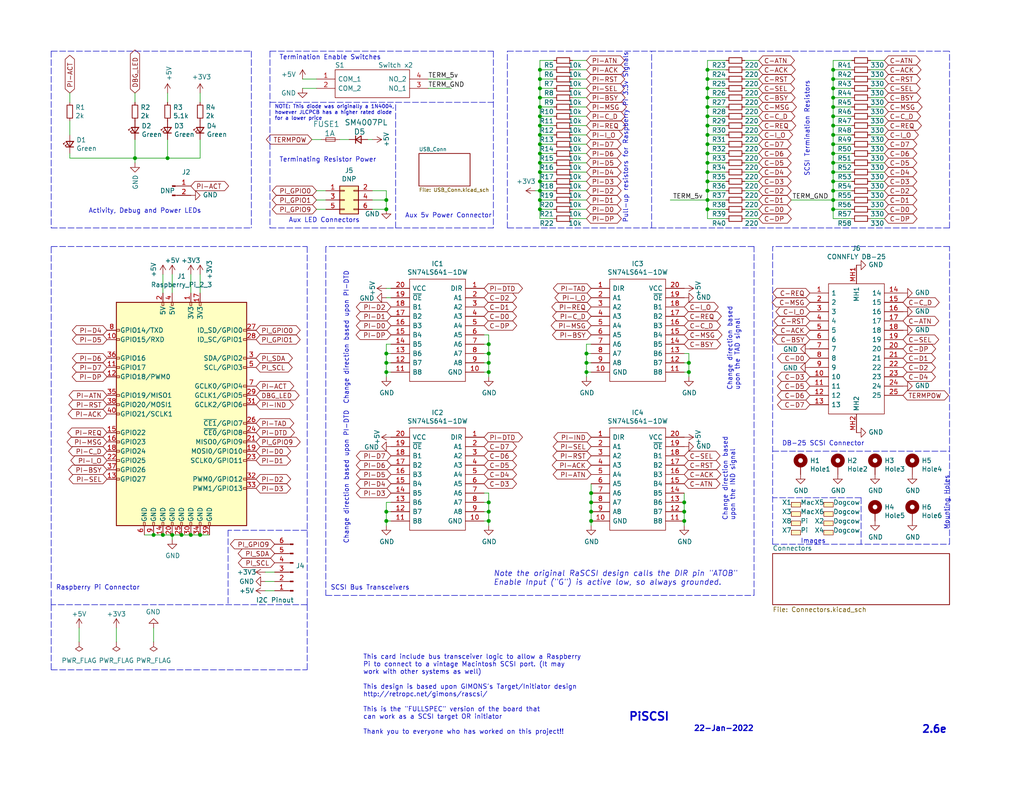
<source format=kicad_sch>
(kicad_sch (version 20211123) (generator eeschema)
  (paper "USLetter")
  (junction (at 147.32 19.05))
  (junction (at 227.33 57.15))
  (junction (at 193.04 52.07))
  (junction (at 147.32 36.83))
  (junction (at 105.41 142.24))
  (junction (at 133.35 101.6))
  (junction (at 227.33 54.61))
  (junction (at 133.35 96.52))
  (junction (at 186.69 137.16))
  (junction (at 147.32 52.07))
  (junction (at 187.96 99.06))
  (junction (at 147.32 21.59))
  (junction (at 147.32 49.53))
  (junction (at 160.02 99.06))
  (junction (at 147.32 54.61))
  (junction (at 105.41 101.6))
  (junction (at 54.61 146.05))
  (junction (at 193.04 19.05))
  (junction (at 193.04 54.61))
  (junction (at 105.41 139.7))
  (junction (at 160.02 96.52))
  (junction (at 161.29 134.62))
  (junction (at 227.33 29.21))
  (junction (at 41.91 146.05))
  (junction (at 133.35 137.16))
  (junction (at 133.35 139.7))
  (junction (at 227.33 44.45))
  (junction (at 193.04 36.83))
  (junction (at 147.32 24.13))
  (junction (at 227.33 46.99))
  (junction (at 36.83 43.18))
  (junction (at 105.41 99.06))
  (junction (at 227.33 24.13))
  (junction (at 193.04 24.13))
  (junction (at 193.04 29.21))
  (junction (at 193.04 34.29))
  (junction (at 44.45 146.05))
  (junction (at 193.04 31.75))
  (junction (at 193.04 44.45))
  (junction (at 147.32 31.75))
  (junction (at 227.33 19.05))
  (junction (at 227.33 41.91))
  (junction (at 193.04 26.67))
  (junction (at 147.32 39.37))
  (junction (at 186.69 142.24))
  (junction (at 147.32 44.45))
  (junction (at 227.33 26.67))
  (junction (at 147.32 26.67))
  (junction (at 147.32 57.15))
  (junction (at 227.33 52.07))
  (junction (at 147.32 41.91))
  (junction (at 227.33 39.37))
  (junction (at 133.35 142.24))
  (junction (at 45.72 43.18))
  (junction (at 160.02 101.6))
  (junction (at 227.33 49.53))
  (junction (at 227.33 34.29))
  (junction (at 227.33 36.83))
  (junction (at 193.04 39.37))
  (junction (at 52.07 146.05))
  (junction (at 161.29 139.7))
  (junction (at 147.32 29.21))
  (junction (at 187.96 101.6))
  (junction (at 186.69 139.7))
  (junction (at 227.33 21.59))
  (junction (at 161.29 137.16))
  (junction (at 105.41 54.61))
  (junction (at 147.32 34.29))
  (junction (at 227.33 31.75))
  (junction (at 46.99 146.05))
  (junction (at 147.32 46.99))
  (junction (at 193.04 41.91))
  (junction (at 105.41 57.15))
  (junction (at 193.04 46.99))
  (junction (at 193.04 21.59))
  (junction (at 49.53 146.05))
  (junction (at 161.29 142.24))
  (junction (at 133.35 93.98))
  (junction (at 193.04 57.15))
  (junction (at 105.41 96.52))
  (junction (at 133.35 99.06))
  (junction (at 193.04 49.53))
  (wire (pts (xy 193.04 59.69) (xy 198.12 59.69)))
  (wire (pts (xy 161.29 134.62) (xy 161.29 132.08)))
  (wire (pts (xy 49.53 146.05) (xy 46.99 146.05)))
  (wire (pts (xy 160.02 93.98) (xy 160.02 96.52)))
  (wire (pts (xy 227.33 41.91) (xy 227.33 44.45)))
  (polyline (pts (xy 88.9 162.56) (xy 205.74 162.56)))
  (wire (pts (xy 186.69 139.7) (xy 186.69 137.16)))
  (wire (pts (xy 46.99 80.01) (xy 46.99 74.93)))
  (wire (pts (xy 156.21 31.75) (xy 160.02 31.75)))
  (polyline (pts (xy 73.66 13.97) (xy 73.66 62.23)))
  (polyline (pts (xy 177.8 62.23) (xy 177.8 13.97)))
  (wire (pts (xy 133.35 99.06) (xy 133.35 101.6)))
  (wire (pts (xy 41.91 171.45) (xy 41.91 175.26)))
  (wire (pts (xy 207.01 57.15) (xy 203.2 57.15)))
  (wire (pts (xy 207.01 34.29) (xy 203.2 34.29)))
  (polyline (pts (xy 210.82 148.59) (xy 210.82 67.31)))
  (wire (pts (xy 241.3 52.07) (xy 237.49 52.07)))
  (wire (pts (xy 74.93 158.75) (xy 72.39 158.75)))
  (wire (pts (xy 87.63 38.1) (xy 85.09 38.1)))
  (wire (pts (xy 207.01 44.45) (xy 203.2 44.45)))
  (wire (pts (xy 241.3 21.59) (xy 237.49 21.59)))
  (wire (pts (xy 147.32 19.05) (xy 151.13 19.05)))
  (wire (pts (xy 207.01 52.07) (xy 203.2 52.07)))
  (polyline (pts (xy 13.97 13.97) (xy 13.97 62.23)))
  (wire (pts (xy 241.3 57.15) (xy 237.49 57.15)))
  (wire (pts (xy 241.3 31.75) (xy 237.49 31.75)))
  (wire (pts (xy 106.68 99.06) (xy 105.41 99.06)))
  (wire (pts (xy 193.04 52.07) (xy 198.12 52.07)))
  (wire (pts (xy 46.99 146.05) (xy 44.45 146.05)))
  (wire (pts (xy 241.3 24.13) (xy 237.49 24.13)))
  (wire (pts (xy 227.33 26.67) (xy 227.33 29.21)))
  (wire (pts (xy 105.41 139.7) (xy 105.41 142.24)))
  (wire (pts (xy 147.32 26.67) (xy 151.13 26.67)))
  (wire (pts (xy 193.04 39.37) (xy 198.12 39.37)))
  (wire (pts (xy 44.45 80.01) (xy 44.45 74.93)))
  (polyline (pts (xy 62.23 144.78) (xy 62.23 165.1)))
  (wire (pts (xy 207.01 36.83) (xy 203.2 36.83)))
  (wire (pts (xy 241.3 41.91) (xy 237.49 41.91)))
  (wire (pts (xy 54.61 146.05) (xy 52.07 146.05)))
  (wire (pts (xy 147.32 54.61) (xy 151.13 54.61)))
  (wire (pts (xy 227.33 16.51) (xy 232.41 16.51)))
  (wire (pts (xy 187.96 96.52) (xy 186.69 96.52)))
  (wire (pts (xy 227.33 36.83) (xy 227.33 39.37)))
  (wire (pts (xy 227.33 31.75) (xy 227.33 34.29)))
  (wire (pts (xy 207.01 59.69) (xy 203.2 59.69)))
  (wire (pts (xy 193.04 49.53) (xy 198.12 49.53)))
  (wire (pts (xy 160.02 101.6) (xy 160.02 102.87)))
  (polyline (pts (xy 73.66 13.97) (xy 134.62 13.97)))
  (polyline (pts (xy 83.82 165.1) (xy 83.82 165.1)))
  (polyline (pts (xy 138.43 13.97) (xy 259.08 13.97)))
  (wire (pts (xy 227.33 19.05) (xy 232.41 19.05)))
  (wire (pts (xy 132.08 134.62) (xy 133.35 134.62)))
  (wire (pts (xy 241.3 46.99) (xy 237.49 46.99)))
  (wire (pts (xy 227.33 59.69) (xy 232.41 59.69)))
  (wire (pts (xy 161.29 142.24) (xy 161.29 139.7)))
  (wire (pts (xy 161.29 143.51) (xy 161.29 142.24)))
  (wire (pts (xy 147.32 24.13) (xy 147.32 26.67)))
  (wire (pts (xy 133.35 139.7) (xy 133.35 142.24)))
  (wire (pts (xy 207.01 49.53) (xy 203.2 49.53)))
  (polyline (pts (xy 13.97 165.1) (xy 13.97 182.88)))
  (wire (pts (xy 19.05 25.4) (xy 19.05 27.94)))
  (wire (pts (xy 227.33 34.29) (xy 227.33 36.83)))
  (wire (pts (xy 147.32 52.07) (xy 147.32 54.61)))
  (wire (pts (xy 193.04 26.67) (xy 198.12 26.67)))
  (wire (pts (xy 156.21 54.61) (xy 160.02 54.61)))
  (wire (pts (xy 193.04 16.51) (xy 193.04 19.05)))
  (wire (pts (xy 101.6 57.15) (xy 105.41 57.15)))
  (wire (pts (xy 182.88 54.61) (xy 193.04 54.61)))
  (wire (pts (xy 147.32 46.99) (xy 147.32 49.53)))
  (wire (pts (xy 207.01 54.61) (xy 203.2 54.61)))
  (polyline (pts (xy 138.43 62.23) (xy 138.43 13.97)))
  (wire (pts (xy 147.32 24.13) (xy 151.13 24.13)))
  (wire (pts (xy 147.32 21.59) (xy 147.32 24.13)))
  (wire (pts (xy 106.68 139.7) (xy 105.41 139.7)))
  (wire (pts (xy 156.21 41.91) (xy 160.02 41.91)))
  (wire (pts (xy 147.32 57.15) (xy 151.13 57.15)))
  (wire (pts (xy 186.69 101.6) (xy 187.96 101.6)))
  (wire (pts (xy 105.41 81.28) (xy 106.68 81.28)))
  (wire (pts (xy 105.41 99.06) (xy 105.41 101.6)))
  (wire (pts (xy 147.32 57.15) (xy 147.32 59.69)))
  (wire (pts (xy 193.04 44.45) (xy 198.12 44.45)))
  (wire (pts (xy 193.04 41.91) (xy 193.04 44.45)))
  (wire (pts (xy 227.33 24.13) (xy 227.33 26.67)))
  (wire (pts (xy 146.05 52.07) (xy 147.32 52.07)))
  (wire (pts (xy 227.33 49.53) (xy 227.33 52.07)))
  (wire (pts (xy 86.36 24.13) (xy 82.55 24.13)))
  (wire (pts (xy 147.32 26.67) (xy 147.32 29.21)))
  (wire (pts (xy 105.41 101.6) (xy 105.41 102.87)))
  (wire (pts (xy 227.33 46.99) (xy 232.41 46.99)))
  (wire (pts (xy 156.21 49.53) (xy 160.02 49.53)))
  (wire (pts (xy 133.35 101.6) (xy 133.35 102.87)))
  (wire (pts (xy 147.32 39.37) (xy 151.13 39.37)))
  (wire (pts (xy 19.05 43.18) (xy 36.83 43.18)))
  (wire (pts (xy 133.35 142.24) (xy 133.35 143.51)))
  (wire (pts (xy 227.33 19.05) (xy 227.33 21.59)))
  (wire (pts (xy 132.08 139.7) (xy 133.35 139.7)))
  (wire (pts (xy 132.08 137.16) (xy 133.35 137.16)))
  (wire (pts (xy 227.33 41.91) (xy 232.41 41.91)))
  (polyline (pts (xy 259.08 67.31) (xy 210.82 67.31)))
  (wire (pts (xy 227.33 21.59) (xy 232.41 21.59)))
  (wire (pts (xy 227.33 54.61) (xy 232.41 54.61)))
  (wire (pts (xy 160.02 96.52) (xy 160.02 99.06)))
  (wire (pts (xy 105.41 57.15) (xy 105.41 54.61)))
  (wire (pts (xy 19.05 43.18) (xy 19.05 41.91)))
  (wire (pts (xy 147.32 41.91) (xy 151.13 41.91)))
  (polyline (pts (xy 134.62 13.97) (xy 134.62 62.23)))
  (wire (pts (xy 132.08 91.44) (xy 133.35 91.44)))
  (wire (pts (xy 106.68 137.16) (xy 105.41 137.16)))
  (wire (pts (xy 44.45 146.05) (xy 41.91 146.05)))
  (wire (pts (xy 101.6 54.61) (xy 105.41 54.61)))
  (wire (pts (xy 105.41 142.24) (xy 106.68 142.24)))
  (wire (pts (xy 132.08 99.06) (xy 133.35 99.06)))
  (wire (pts (xy 193.04 19.05) (xy 198.12 19.05)))
  (wire (pts (xy 133.35 91.44) (xy 133.35 93.98)))
  (wire (pts (xy 133.35 101.6) (xy 132.08 101.6)))
  (wire (pts (xy 54.61 43.18) (xy 54.61 38.1)))
  (wire (pts (xy 193.04 52.07) (xy 193.04 54.61)))
  (wire (pts (xy 241.3 54.61) (xy 237.49 54.61)))
  (wire (pts (xy 156.21 34.29) (xy 160.02 34.29)))
  (wire (pts (xy 147.32 49.53) (xy 147.32 52.07)))
  (wire (pts (xy 193.04 31.75) (xy 198.12 31.75)))
  (wire (pts (xy 207.01 31.75) (xy 203.2 31.75)))
  (wire (pts (xy 36.83 38.1) (xy 36.83 43.18)))
  (wire (pts (xy 207.01 46.99) (xy 203.2 46.99)))
  (wire (pts (xy 207.01 29.21) (xy 203.2 29.21)))
  (wire (pts (xy 105.41 96.52) (xy 105.41 99.06)))
  (wire (pts (xy 227.33 21.59) (xy 227.33 24.13)))
  (polyline (pts (xy 13.97 13.97) (xy 68.58 13.97)))
  (wire (pts (xy 86.36 57.15) (xy 88.9 57.15)))
  (wire (pts (xy 193.04 24.13) (xy 198.12 24.13)))
  (wire (pts (xy 45.72 43.18) (xy 54.61 43.18)))
  (wire (pts (xy 105.41 54.61) (xy 105.41 52.07)))
  (wire (pts (xy 193.04 59.69) (xy 193.04 57.15)))
  (wire (pts (xy 132.08 93.98) (xy 133.35 93.98)))
  (wire (pts (xy 156.21 36.83) (xy 160.02 36.83)))
  (wire (pts (xy 227.33 57.15) (xy 232.41 57.15)))
  (wire (pts (xy 207.01 24.13) (xy 203.2 24.13)))
  (wire (pts (xy 161.29 139.7) (xy 161.29 137.16)))
  (wire (pts (xy 86.36 21.59) (xy 82.55 21.59)))
  (polyline (pts (xy 83.82 165.1) (xy 13.97 165.1)))
  (wire (pts (xy 193.04 49.53) (xy 193.04 52.07)))
  (wire (pts (xy 227.33 54.61) (xy 215.9 54.61)))
  (wire (pts (xy 241.3 39.37) (xy 237.49 39.37)))
  (polyline (pts (xy 259.08 62.23) (xy 138.43 62.23)))
  (wire (pts (xy 227.33 31.75) (xy 232.41 31.75)))
  (wire (pts (xy 207.01 21.59) (xy 203.2 21.59)))
  (polyline (pts (xy 205.74 67.31) (xy 88.9 67.31)))
  (wire (pts (xy 147.32 44.45) (xy 147.32 46.99)))
  (wire (pts (xy 193.04 39.37) (xy 193.04 41.91)))
  (wire (pts (xy 95.25 38.1) (xy 92.71 38.1)))
  (wire (pts (xy 193.04 54.61) (xy 198.12 54.61)))
  (wire (pts (xy 21.59 171.45) (xy 21.59 175.26)))
  (wire (pts (xy 193.04 21.59) (xy 193.04 24.13)))
  (wire (pts (xy 133.35 134.62) (xy 133.35 137.16)))
  (wire (pts (xy 227.33 39.37) (xy 227.33 41.91)))
  (wire (pts (xy 156.21 52.07) (xy 160.02 52.07)))
  (wire (pts (xy 54.61 27.94) (xy 54.61 25.4)))
  (wire (pts (xy 36.83 27.94) (xy 36.83 25.4)))
  (wire (pts (xy 86.36 52.07) (xy 88.9 52.07)))
  (wire (pts (xy 193.04 36.83) (xy 193.04 39.37)))
  (polyline (pts (xy 234.95 135.89) (xy 234.95 148.59)))
  (wire (pts (xy 227.33 44.45) (xy 232.41 44.45)))
  (polyline (pts (xy 83.82 165.1) (xy 83.82 182.88)))
  (wire (pts (xy 193.04 46.99) (xy 193.04 49.53)))
  (wire (pts (xy 161.29 93.98) (xy 160.02 93.98)))
  (wire (pts (xy 116.84 24.13) (xy 123.19 24.13)))
  (wire (pts (xy 101.6 38.1) (xy 100.33 38.1)))
  (wire (pts (xy 31.75 171.45) (xy 31.75 175.26)))
  (wire (pts (xy 147.32 19.05) (xy 147.32 21.59)))
  (wire (pts (xy 161.29 101.6) (xy 160.02 101.6)))
  (wire (pts (xy 193.04 34.29) (xy 193.04 36.83)))
  (wire (pts (xy 186.69 99.06) (xy 187.96 99.06)))
  (wire (pts (xy 227.33 26.67) (xy 232.41 26.67)))
  (wire (pts (xy 227.33 36.83) (xy 232.41 36.83)))
  (wire (pts (xy 227.33 52.07) (xy 232.41 52.07)))
  (wire (pts (xy 133.35 137.16) (xy 133.35 139.7)))
  (wire (pts (xy 52.07 146.05) (xy 49.53 146.05)))
  (wire (pts (xy 187.96 102.87) (xy 187.96 101.6)))
  (wire (pts (xy 57.15 146.05) (xy 54.61 146.05)))
  (wire (pts (xy 193.04 44.45) (xy 193.04 46.99)))
  (wire (pts (xy 132.08 96.52) (xy 133.35 96.52)))
  (wire (pts (xy 193.04 57.15) (xy 198.12 57.15)))
  (wire (pts (xy 156.21 44.45) (xy 160.02 44.45)))
  (wire (pts (xy 193.04 24.13) (xy 193.04 26.67)))
  (wire (pts (xy 147.32 31.75) (xy 147.32 34.29)))
  (wire (pts (xy 147.32 41.91) (xy 147.32 44.45)))
  (wire (pts (xy 156.21 57.15) (xy 160.02 57.15)))
  (polyline (pts (xy 13.97 62.23) (xy 68.58 62.23)))
  (wire (pts (xy 227.33 24.13) (xy 232.41 24.13)))
  (wire (pts (xy 161.29 99.06) (xy 160.02 99.06)))
  (wire (pts (xy 241.3 29.21) (xy 237.49 29.21)))
  (wire (pts (xy 227.33 39.37) (xy 232.41 39.37)))
  (wire (pts (xy 161.29 137.16) (xy 161.29 134.62)))
  (wire (pts (xy 19.05 33.02) (xy 19.05 36.83)))
  (polyline (pts (xy 13.97 67.31) (xy 83.82 67.31)))
  (wire (pts (xy 186.69 142.24) (xy 186.69 139.7)))
  (wire (pts (xy 207.01 41.91) (xy 203.2 41.91)))
  (wire (pts (xy 156.21 39.37) (xy 160.02 39.37)))
  (wire (pts (xy 186.69 137.16) (xy 186.69 134.62)))
  (wire (pts (xy 147.32 54.61) (xy 147.32 57.15)))
  (wire (pts (xy 207.01 19.05) (xy 203.2 19.05)))
  (wire (pts (xy 227.33 57.15) (xy 227.33 54.61)))
  (wire (pts (xy 207.01 16.51) (xy 203.2 16.51)))
  (wire (pts (xy 46.99 147.32) (xy 46.99 146.05)))
  (wire (pts (xy 52.07 80.01) (xy 52.07 74.93)))
  (wire (pts (xy 186.69 143.51) (xy 186.69 142.24)))
  (wire (pts (xy 193.04 26.67) (xy 193.04 29.21)))
  (polyline (pts (xy 13.97 165.1) (xy 13.97 67.31)))
  (polyline (pts (xy 205.74 162.56) (xy 205.74 67.31)))
  (polyline (pts (xy 73.66 27.94) (xy 134.62 27.94)))
  (wire (pts (xy 241.3 59.69) (xy 237.49 59.69)))
  (polyline (pts (xy 234.95 135.89) (xy 210.82 135.89)))
  (wire (pts (xy 156.21 29.21) (xy 160.02 29.21)))
  (wire (pts (xy 133.35 99.06) (xy 133.35 96.52)))
  (wire (pts (xy 241.3 34.29) (xy 237.49 34.29)))
  (wire (pts (xy 116.84 21.59) (xy 123.19 21.59)))
  (wire (pts (xy 227.33 49.53) (xy 232.41 49.53)))
  (wire (pts (xy 241.3 49.53) (xy 237.49 49.53)))
  (wire (pts (xy 156.21 21.59) (xy 160.02 21.59)))
  (wire (pts (xy 193.04 29.21) (xy 198.12 29.21)))
  (wire (pts (xy 147.32 36.83) (xy 151.13 36.83)))
  (wire (pts (xy 72.39 156.21) (xy 74.93 156.21)))
  (wire (pts (xy 227.33 34.29) (xy 232.41 34.29)))
  (wire (pts (xy 193.04 19.05) (xy 193.04 21.59)))
  (wire (pts (xy 147.32 36.83) (xy 147.32 39.37)))
  (wire (pts (xy 207.01 26.67) (xy 203.2 26.67)))
  (wire (pts (xy 227.33 44.45) (xy 227.33 46.99)))
  (wire (pts (xy 106.68 101.6) (xy 105.41 101.6)))
  (wire (pts (xy 227.33 46.99) (xy 227.33 49.53)))
  (wire (pts (xy 147.32 59.69) (xy 151.13 59.69)))
  (wire (pts (xy 193.04 16.51) (xy 198.12 16.51)))
  (wire (pts (xy 105.41 143.51) (xy 105.41 142.24)))
  (wire (pts (xy 147.32 34.29) (xy 147.32 36.83)))
  (wire (pts (xy 147.32 29.21) (xy 151.13 29.21)))
  (wire (pts (xy 105.41 78.74) (xy 106.68 78.74)))
  (wire (pts (xy 41.91 146.05) (xy 39.37 146.05)))
  (wire (pts (xy 187.96 101.6) (xy 187.96 99.06)))
  (wire (pts (xy 187.96 99.06) (xy 187.96 96.52)))
  (wire (pts (xy 227.33 29.21) (xy 227.33 31.75)))
  (wire (pts (xy 193.04 29.21) (xy 193.04 31.75)))
  (wire (pts (xy 156.21 46.99) (xy 160.02 46.99)))
  (polyline (pts (xy 83.82 67.31) (xy 83.82 165.1)))
  (wire (pts (xy 227.33 59.69) (xy 227.33 57.15)))
  (wire (pts (xy 241.3 19.05) (xy 237.49 19.05)))
  (wire (pts (xy 86.36 54.61) (xy 88.9 54.61)))
  (wire (pts (xy 147.32 46.99) (xy 151.13 46.99)))
  (wire (pts (xy 241.3 44.45) (xy 237.49 44.45)))
  (polyline (pts (xy 210.82 123.19) (xy 259.08 123.19)))
  (wire (pts (xy 54.61 80.01) (xy 54.61 74.93)))
  (wire (pts (xy 72.39 161.29) (xy 74.93 161.29)))
  (wire (pts (xy 105.41 52.07) (xy 101.6 52.07)))
  (wire (pts (xy 106.68 93.98) (xy 105.41 93.98)))
  (wire (pts (xy 161.29 96.52) (xy 160.02 96.52)))
  (wire (pts (xy 241.3 26.67) (xy 237.49 26.67)))
  (wire (pts (xy 193.04 31.75) (xy 193.04 34.29)))
  (wire (pts (xy 105.41 137.16) (xy 105.41 139.7)))
  (wire (pts (xy 133.35 93.98) (xy 133.35 96.52)))
  (polyline (pts (xy 68.58 13.97) (xy 68.58 62.23)))
  (wire (pts (xy 147.32 21.59) (xy 151.13 21.59)))
  (wire (pts (xy 147.32 29.21) (xy 147.32 31.75)))
  (wire (pts (xy 156.21 19.05) (xy 160.02 19.05)))
  (polyline (pts (xy 259.08 62.23) (xy 259.08 13.97)))
  (polyline (pts (xy 73.66 62.23) (xy 134.62 62.23)))
  (wire (pts (xy 147.32 34.29) (xy 151.13 34.29)))
  (wire (pts (xy 105.41 93.98) (xy 105.41 96.52)))
  (wire (pts (xy 132.08 142.24) (xy 133.35 142.24)))
  (polyline (pts (xy 259.08 148.59) (xy 259.08 67.31)))
  (wire (pts (xy 160.02 99.06) (xy 160.02 101.6)))
  (wire (pts (xy 105.41 96.52) (xy 106.68 96.52)))
  (wire (pts (xy 45.72 38.1) (xy 45.72 43.18)))
  (wire (pts (xy 36.83 43.18) (xy 45.72 43.18)))
  (wire (pts (xy 207.01 39.37) (xy 203.2 39.37)))
  (wire (pts (xy 241.3 16.51) (xy 237.49 16.51)))
  (wire (pts (xy 36.83 44.45) (xy 36.83 43.18)))
  (wire (pts (xy 193.04 34.29) (xy 198.12 34.29)))
  (polyline (pts (xy 13.97 182.88) (xy 83.82 182.88)))
  (wire (pts (xy 193.04 57.15) (xy 193.04 54.61)))
  (wire (pts (xy 147.32 49.53) (xy 151.13 49.53)))
  (wire (pts (xy 241.3 36.83) (xy 237.49 36.83)))
  (wire (pts (xy 147.32 39.37) (xy 147.32 41.91)))
  (polyline (pts (xy 107.95 62.23) (xy 107.95 27.94)))
  (wire (pts (xy 45.72 27.94) (xy 45.72 25.4)))
  (wire (pts (xy 147.32 16.51) (xy 151.13 16.51)))
  (wire (pts (xy 193.04 46.99) (xy 198.12 46.99)))
  (wire (pts (xy 147.32 44.45) (xy 151.13 44.45)))
  (wire (pts (xy 193.04 21.59) (xy 198.12 21.59)))
  (polyline (pts (xy 88.9 67.31) (xy 88.9 162.56)))
  (wire (pts (xy 193.04 36.83) (xy 198.12 36.83)))
  (wire (pts (xy 156.21 24.13) (xy 160.02 24.13)))
  (wire (pts (xy 147.32 31.75) (xy 151.13 31.75)))
  (wire (pts (xy 193.04 41.91) (xy 198.12 41.91)))
  (polyline (pts (xy 210.82 148.59) (xy 259.08 148.59)))
  (wire (pts (xy 227.33 29.21) (xy 232.41 29.21)))
  (wire (pts (xy 227.33 16.51) (xy 227.33 19.05)))
  (wire (pts (xy 156.21 26.67) (xy 160.02 26.67)))
  (polyline (pts (xy 83.82 144.78) (xy 62.23 144.78)))
  (wire (pts (xy 156.21 59.69) (xy 160.02 59.69)))
  (wire (pts (xy 156.21 16.51) (xy 160.02 16.51)))
  (wire (pts (xy 147.32 16.51) (xy 147.32 19.05)))
  (wire (pts (xy 227.33 52.07) (xy 227.33 54.61)))
  (wire (pts (xy 147.32 52.07) (xy 151.13 52.07)))
  (text "Images" (at 218.44 148.59 0) (effects (font (size 1.27 1.27)) (justify left bottom)))
  (text "PiSCSI" (at 171.45 197.104 0) (effects (font (size 2.2098 2.2098) (thickness 0.442) bold) (justify left bottom)))
  (text "2.6e" (at 251.46 200.406 0) (effects (font (size 2.0066 2.0066) (thickness 0.4013) bold) (justify left bottom)))
  (text "Raspberry Pi Connector" (at 15.24 161.29 0) (effects (font (size 1.27 1.27)) (justify left bottom)))
  (text "Change direction based \nupon the TAD signal" (at 201.93 106.68 90) (effects (font (size 1.27 1.27)) (justify left bottom)))
  (text "Terminating Resistor Power" (at 76.2 44.45 0) (effects (font (size 1.27 1.27)) (justify left bottom)))
  (text "Mounting Holes" (at 259.08 144.78 90) (effects (font (size 1.27 1.27)) (justify left bottom)))
  (text "22-Jan-2022" (at 189.23 199.898 0) (effects (font (size 1.4986 1.4986) (thickness 0.2997) bold) (justify left bottom)))
  (text "DB-25 SCSI Connector" (at 213.36 121.92 0) (effects (font (size 1.27 1.27)) (justify left bottom)))
  (text "SCSI Termination Resistors" (at 220.98 48.26 90) (effects (font (size 1.27 1.27)) (justify left bottom)))
  (text "Pull-up resistors for Raspberry Pi 3.3v Signals" (at 171.45 60.96 90) (effects (font (size 1.27 1.27)) (justify left bottom)))
  (text "Change direction based \nupon the IND signal" (at 200.66 142.24 90) (effects (font (size 1.27 1.27)) (justify left bottom)))
  (text "NOTE: This diode was originally a 1N4004, \nhowever JLCPCB has a higher rated diode \nfor a lower price" (at 74.93 33.02 0) (effects (font (size 0.9906 0.9906)) (justify left bottom)))
  (text "Change direction based upon PI-DTD" (at 95.25 110.49 90) (effects (font (size 1.27 1.27)) (justify left bottom)))
  (text "Note the original RaSCSI design calls the DIR pin \"ATOB\"\nEnable Input (\"G\") is active low, so always grounded." (at 134.62 160.02 0) (effects (font (size 1.4986 1.4986) italic) (justify left bottom)))
  (text "Activity, Debug and Power LEDs" (at 24.13 58.42 0) (effects (font (size 1.27 1.27)) (justify left bottom)))
  (text "Termination Enable Switches" (at 76.2 16.51 0) (effects (font (size 1.27 1.27)) (justify left bottom)))
  (text "Change direction based upon PI-DTD" (at 95.25 148.59 90) (effects (font (size 1.27 1.27)) (justify left bottom)))
  (text "This card include bus transceiver logic to allow a Raspberry \nPi to connect to a vintage Macintosh SCSI port. (It may \nwork with other systems as well)\n\nThis design is based upon GIMONS's Target/Initiator design\nhttp://retropc.net/gimons/rascsi/\n\nThis is the \"FULLSPEC\" version of the board that \ncan work as a SCSI target OR initiator\n\nThank you to everyone who has worked on this project!!" (at 99.06 200.66 0) (effects (font (size 1.27 1.27)) (justify left bottom)))
  (text "Aux 5v Power Connector" (at 110.49 59.69 0) (effects (font (size 1.27 1.27)) (justify left bottom)))
  (text "SCSI Bus Transceivers" (at 90.17 161.29 0) (effects (font (size 1.27 1.27)) (justify left bottom)))
  (text "Aux LED Connectors" (at 78.74 60.96 0) (effects (font (size 1.27 1.27)) (justify left bottom)))
  (label "TERM_GND" (at 116.84 24.13 0))
  (label "TERM_5v" (at 116.84 21.59 0))
  (label "TERM_GND" (at 226.06 54.61 180))
  (label "TERM_5v" (at 191.77 54.61 180))
  (global_label "PI-DP" (shape bidirectional) (at 29.21 102.87 180) (property "Intersheet References" "${INTERSHEET_REFS}" (effects hide)))
  (global_label "PI-REQ" (shape bidirectional) (at 161.29 83.82 180) (property "Intersheet References" "${INTERSHEET_REFS}" (effects hide)))
  (global_label "PI-I_O" (shape bidirectional) (at 160.02 36.83 0) (property "Intersheet References" "${INTERSHEET_REFS}" (effects hide)))
  (global_label "PI-D6" (shape bidirectional) (at 160.02 41.91 0) (property "Intersheet References" "${INTERSHEET_REFS}" (effects hide)))
  (global_label "C-DP" (shape bidirectional) (at 207.01 59.69 0) (property "Intersheet References" "${INTERSHEET_REFS}" (effects hide)))
  (global_label "PI-DTD" (shape bidirectional) (at 132.08 119.38 0) (property "Intersheet References" "${INTERSHEET_REFS}" (effects hide)))
  (global_label "C-I_O" (shape bidirectional) (at 207.01 36.83 0) (property "Intersheet References" "${INTERSHEET_REFS}" (effects hide)))
  (global_label "PI-D0" (shape bidirectional) (at 69.85 123.19 0) (property "Intersheet References" "${INTERSHEET_REFS}" (effects hide)))
  (global_label "PI-D7" (shape bidirectional) (at 106.68 124.46 180) (property "Intersheet References" "${INTERSHEET_REFS}" (effects hide)))
  (global_label "PI-D4" (shape bidirectional) (at 29.21 90.17 180) (property "Intersheet References" "${INTERSHEET_REFS}" (effects hide)))
  (global_label "C-ATN" (shape bidirectional) (at 246.38 87.63 0) (property "Intersheet References" "${INTERSHEET_REFS}" (effects hide)))
  (global_label "PI-C_D" (shape bidirectional) (at 161.29 86.36 180) (property "Intersheet References" "${INTERSHEET_REFS}" (effects hide)))
  (global_label "C-D6" (shape bidirectional) (at 132.08 124.46 0) (property "Intersheet References" "${INTERSHEET_REFS}" (effects hide)))
  (global_label "PI-REQ" (shape bidirectional) (at 160.02 34.29 0) (property "Intersheet References" "${INTERSHEET_REFS}" (effects hide)))
  (global_label "C-D0" (shape bidirectional) (at 132.08 86.36 0) (property "Intersheet References" "${INTERSHEET_REFS}" (effects hide)))
  (global_label "C-D3" (shape bidirectional) (at 132.08 132.08 0) (property "Intersheet References" "${INTERSHEET_REFS}" (effects hide)))
  (global_label "C-D1" (shape bidirectional) (at 246.38 97.79 0) (property "Intersheet References" "${INTERSHEET_REFS}" (effects hide)))
  (global_label "PI-C_D" (shape bidirectional) (at 29.21 123.19 180) (property "Intersheet References" "${INTERSHEET_REFS}" (effects hide)))
  (global_label "C-D1" (shape bidirectional) (at 241.3 54.61 0) (property "Intersheet References" "${INTERSHEET_REFS}" (effects hide)))
  (global_label "PI-D3" (shape bidirectional) (at 69.85 133.35 0) (property "Intersheet References" "${INTERSHEET_REFS}" (effects hide)))
  (global_label "C-DP" (shape bidirectional) (at 246.38 95.25 0) (property "Intersheet References" "${INTERSHEET_REFS}" (effects hide)))
  (global_label "C-D6" (shape bidirectional) (at 241.3 41.91 0) (property "Intersheet References" "${INTERSHEET_REFS}" (effects hide)))
  (global_label "C-C_D" (shape bidirectional) (at 241.3 31.75 0) (property "Intersheet References" "${INTERSHEET_REFS}" (effects hide)))
  (global_label "C-BSY" (shape bidirectional) (at 220.98 92.71 180) (property "Intersheet References" "${INTERSHEET_REFS}" (effects hide)))
  (global_label "C-RST" (shape bidirectional) (at 241.3 21.59 0) (property "Intersheet References" "${INTERSHEET_REFS}" (effects hide)))
  (global_label "C-ACK" (shape bidirectional) (at 207.01 19.05 0) (property "Intersheet References" "${INTERSHEET_REFS}" (effects hide)))
  (global_label "PI-D7" (shape bidirectional) (at 160.02 39.37 0) (property "Intersheet References" "${INTERSHEET_REFS}" (effects hide)))
  (global_label "PI-D2" (shape bidirectional) (at 160.02 52.07 0) (property "Intersheet References" "${INTERSHEET_REFS}" (effects hide)))
  (global_label "PI-DTD" (shape bidirectional) (at 69.85 118.11 0) (property "Intersheet References" "${INTERSHEET_REFS}" (effects hide)))
  (global_label "PI-D3" (shape bidirectional) (at 160.02 49.53 0) (property "Intersheet References" "${INTERSHEET_REFS}" (effects hide)))
  (global_label "PI-ATN" (shape bidirectional) (at 161.29 129.54 180) (property "Intersheet References" "${INTERSHEET_REFS}" (effects hide)))
  (global_label "C-D5" (shape bidirectional) (at 220.98 105.41 180) (property "Intersheet References" "${INTERSHEET_REFS}" (effects hide)))
  (global_label "PI-I_O" (shape bidirectional) (at 161.29 81.28 180) (property "Intersheet References" "${INTERSHEET_REFS}" (effects hide)))
  (global_label "C-I_O" (shape bidirectional) (at 220.98 85.09 180) (property "Intersheet References" "${INTERSHEET_REFS}" (effects hide)))
  (global_label "PI-MSG" (shape bidirectional) (at 160.02 29.21 0) (property "Intersheet References" "${INTERSHEET_REFS}" (effects hide)))
  (global_label "PI-DTD" (shape bidirectional) (at 132.08 78.74 0) (property "Intersheet References" "${INTERSHEET_REFS}" (effects hide)))
  (global_label "PI-D5" (shape bidirectional) (at 29.21 92.71 180) (property "Intersheet References" "${INTERSHEET_REFS}" (effects hide)))
  (global_label "C-D5" (shape bidirectional) (at 241.3 44.45 0) (property "Intersheet References" "${INTERSHEET_REFS}" (effects hide)))
  (global_label "C-D0" (shape bidirectional) (at 207.01 57.15 0) (property "Intersheet References" "${INTERSHEET_REFS}" (effects hide)))
  (global_label "PI-ACT" (shape bidirectional) (at 19.05 25.4 90) (property "Intersheet References" "${INTERSHEET_REFS}" (effects hide)))
  (global_label "C-D3" (shape bidirectional) (at 220.98 102.87 180) (property "Intersheet References" "${INTERSHEET_REFS}" (effects hide)))
  (global_label "C-D0" (shape bidirectional) (at 220.98 97.79 180) (property "Intersheet References" "${INTERSHEET_REFS}" (effects hide)))
  (global_label "C-MSG" (shape bidirectional) (at 241.3 29.21 0) (property "Intersheet References" "${INTERSHEET_REFS}" (effects hide)))
  (global_label "PI-RST" (shape bidirectional) (at 160.02 21.59 0) (property "Intersheet References" "${INTERSHEET_REFS}" (effects hide)))
  (global_label "PI-D6" (shape bidirectional) (at 106.68 127 180) (property "Intersheet References" "${INTERSHEET_REFS}" (effects hide)))
  (global_label "C-D0" (shape bidirectional) (at 241.3 57.15 0) (property "Intersheet References" "${INTERSHEET_REFS}" (effects hide)))
  (global_label "C-D5" (shape bidirectional) (at 132.08 127 0) (property "Intersheet References" "${INTERSHEET_REFS}" (effects hide)))
  (global_label "C-D4" (shape bidirectional) (at 132.08 129.54 0) (property "Intersheet References" "${INTERSHEET_REFS}" (effects hide)))
  (global_label "C-RST" (shape bidirectional) (at 220.98 87.63 180) (property "Intersheet References" "${INTERSHEET_REFS}" (effects hide)))
  (global_label "PI-SEL" (shape bidirectional) (at 29.21 130.81 180) (property "Intersheet References" "${INTERSHEET_REFS}" (effects hide)))
  (global_label "PI-IND" (shape bidirectional) (at 69.85 110.49 0) (property "Intersheet References" "${INTERSHEET_REFS}" (effects hide)))
  (global_label "C-C_D" (shape bidirectional) (at 246.38 82.55 0) (property "Intersheet References" "${INTERSHEET_REFS}" (effects hide)))
  (global_label "C-D7" (shape bidirectional) (at 241.3 39.37 0) (property "Intersheet References" "${INTERSHEET_REFS}" (effects hide)))
  (global_label "PI_GPIO9" (shape bidirectional) (at 74.93 148.59 180) (property "Intersheet References" "${INTERSHEET_REFS}" (effects hide)))
  (global_label "PI-D1" (shape bidirectional) (at 69.85 125.73 0) (property "Intersheet References" "${INTERSHEET_REFS}" (effects hide)))
  (global_label "C-D7" (shape bidirectional) (at 207.01 39.37 0) (property "Intersheet References" "${INTERSHEET_REFS}" (effects hide)))
  (global_label "PI-RST" (shape bidirectional) (at 29.21 110.49 180) (property "Intersheet References" "${INTERSHEET_REFS}" (effects hide)))
  (global_label "C-D1" (shape bidirectional) (at 132.08 83.82 0) (property "Intersheet References" "${INTERSHEET_REFS}" (effects hide)))
  (global_label "PI-REQ" (shape bidirectional) (at 29.21 118.11 180) (property "Intersheet References" "${INTERSHEET_REFS}" (effects hide)))
  (global_label "C-ACK" (shape bidirectional) (at 241.3 19.05 0) (property "Intersheet References" "${INTERSHEET_REFS}" (effects hide)))
  (global_label "PI-ATN" (shape bidirectional) (at 29.21 107.95 180) (property "Intersheet References" "${INTERSHEET_REFS}" (effects hide)))
  (global_label "PI-D4" (shape bidirectional) (at 106.68 132.08 180) (property "Intersheet References" "${INTERSHEET_REFS}" (effects hide)))
  (global_label "C-C_D" (shape bidirectional) (at 186.69 88.9 0) (property "Intersheet References" "${INTERSHEET_REFS}" (effects hide)))
  (global_label "C-BSY" (shape bidirectional) (at 241.3 26.67 0) (property "Intersheet References" "${INTERSHEET_REFS}" (effects hide)))
  (global_label "C-SEL" (shape bidirectional) (at 246.38 92.71 0) (property "Intersheet References" "${INTERSHEET_REFS}" (effects hide)))
  (global_label "C-ATN" (shape bidirectional) (at 207.01 16.51 0) (property "Intersheet References" "${INTERSHEET_REFS}" (effects hide)))
  (global_label "PI_SCL" (shape bidirectional) (at 69.85 100.33 0) (property "Intersheet References" "${INTERSHEET_REFS}" (effects hide)))
  (global_label "DBG_LED" (shape bidirectional) (at 36.83 25.4 90) (property "Intersheet References" "${INTERSHEET_REFS}" (effects hide)))
  (global_label "C-D2" (shape bidirectional) (at 207.01 52.07 0) (property "Intersheet References" "${INTERSHEET_REFS}" (effects hide)))
  (global_label "PI_GPIO1" (shape bidirectional) (at 69.85 92.71 0) (property "Intersheet References" "${INTERSHEET_REFS}" (effects hide)))
  (global_label "PI-BSY" (shape bidirectional) (at 29.21 128.27 180) (property "Intersheet References" "${INTERSHEET_REFS}" (effects hide)))
  (global_label "PI-BSY" (shape bidirectional) (at 160.02 26.67 0) (property "Intersheet References" "${INTERSHEET_REFS}" (effects hide)))
  (global_label "C-MSG" (shape bidirectional) (at 186.69 91.44 0) (property "Intersheet References" "${INTERSHEET_REFS}" (effects hide)))
  (global_label "PI-ACT" (shape bidirectional) (at 52.07 50.8 0) (property "Intersheet References" "${INTERSHEET_REFS}" (effects hide)))
  (global_label "C-D3" (shape bidirectional) (at 207.01 49.53 0) (property "Intersheet References" "${INTERSHEET_REFS}" (effects hide)))
  (global_label "DBG_LED" (shape bidirectional) (at 69.85 107.95 0) (property "Intersheet References" "${INTERSHEET_REFS}" (effects hide)))
  (global_label "TERMPOW" (shape bidirectional) (at 85.09 38.1 180) (property "Intersheet References" "${INTERSHEET_REFS}" (effects hide)))
  (global_label "PI_SDA" (shape bidirectional) (at 74.93 151.13 180) (property "Intersheet References" "${INTERSHEET_REFS}" (effects hide)))
  (global_label "C-D3" (shape bidirectional) (at 241.3 49.53 0) (property "Intersheet References" "${INTERSHEET_REFS}" (effects hide)))
  (global_label "PI_GPIO1" (shape bidirectional) (at 86.36 54.61 180) (property "Intersheet References" "${INTERSHEET_REFS}" (effects hide)))
  (global_label "C-D4" (shape bidirectional) (at 207.01 46.99 0) (property "Intersheet References" "${INTERSHEET_REFS}" (effects hide)))
  (global_label "PI-ATN" (shape bidirectional) (at 160.02 16.51 0) (property "Intersheet References" "${INTERSHEET_REFS}" (effects hide)))
  (global_label "C-ATN" (shape bidirectional) (at 186.69 132.08 0) (property "Intersheet References" "${INTERSHEET_REFS}" (effects hide)))
  (global_label "C-D2" (shape bidirectional) (at 241.3 52.07 0) (property "Intersheet References" "${INTERSHEET_REFS}" (effects hide)))
  (global_label "PI-ACT" (shape bidirectional) (at 69.85 105.41 0) (property "Intersheet References" "${INTERSHEET_REFS}" (effects hide)))
  (global_label "PI-MSG" (shape bidirectional) (at 161.29 88.9 180) (property "Intersheet References" "${INTERSHEET_REFS}" (effects hide)))
  (global_label "PI-D2" (shape bidirectional) (at 106.68 83.82 180) (property "Intersheet References" "${INTERSHEET_REFS}" (effects hide)))
  (global_label "PI-DP" (shape bidirectional) (at 160.02 59.69 0) (property "Intersheet References" "${INTERSHEET_REFS}" (effects hide)))
  (global_label "C-BSY" (shape bidirectional) (at 186.69 93.98 0) (property "Intersheet References" "${INTERSHEET_REFS}" (effects hide)))
  (global_label "C-MSG" (shape bidirectional) (at 220.98 82.55 180) (property "Intersheet References" "${INTERSHEET_REFS}" (effects hide)))
  (global_label "PI-D6" (shape bidirectional) (at 29.21 97.79 180) (property "Intersheet References" "${INTERSHEET_REFS}" (effects hide)))
  (global_label "C-SEL" (shape bidirectional) (at 207.01 24.13 0) (property "Intersheet References" "${INTERSHEET_REFS}" (effects hide)))
  (global_label "PI-TAD" (shape bidirectional) (at 69.85 115.57 0) (property "Intersheet References" "${INTERSHEET_REFS}" (effects hide)))
  (global_label "PI-D1" (shape bidirectional) (at 106.68 86.36 180) (property "Intersheet References" "${INTERSHEET_REFS}" (effects hide)))
  (global_label "C-I_O" (shape bidirectional) (at 186.69 83.82 0) (property "Intersheet References" "${INTERSHEET_REFS}" (effects hide)))
  (global_label "C-D7" (shape bidirectional) (at 132.08 121.92 0) (property "Intersheet References" "${INTERSHEET_REFS}" (effects hide)))
  (global_label "C-D4" (shape bidirectional) (at 241.3 46.99 0) (property "Intersheet References" "${INTERSHEET_REFS}" (effects hide)))
  (global_label "C-MSG" (shape bidirectional) (at 207.01 29.21 0) (property "Intersheet References" "${INTERSHEET_REFS}" (effects hide)))
  (global_label "PI-D1" (shape bidirectional) (at 160.02 54.61 0) (property "Intersheet References" "${INTERSHEET_REFS}" (effects hide)))
  (global_label "C-C_D" (shape bidirectional) (at 207.01 31.75 0) (property "Intersheet References" "${INTERSHEET_REFS}" (effects hide)))
  (global_label "PI_GPIO0" (shape bidirectional) (at 86.36 52.07 180) (property "Intersheet References" "${INTERSHEET_REFS}" (effects hide)))
  (global_label "C-D1" (shape bidirectional) (at 207.01 54.61 0) (property "Intersheet References" "${INTERSHEET_REFS}" (effects hide)))
  (global_label "PI_GPIO9" (shape bidirectional) (at 69.85 120.65 0) (property "Intersheet References" "${INTERSHEET_REFS}" (effects hide)))
  (global_label "PI-IND" (shape bidirectional) (at 161.29 119.38 180) (property "Intersheet References" "${INTERSHEET_REFS}" (effects hide)))
  (global_label "C-D5" (shape bidirectional) (at 207.01 44.45 0) (property "Intersheet References" "${INTERSHEET_REFS}" (effects hide)))
  (global_label "PI-ACK" (shape bidirectional) (at 161.29 127 180) (property "Intersheet References" "${INTERSHEET_REFS}" (effects hide)))
  (global_label "C-REQ" (shape bidirectional) (at 241.3 34.29 0) (property "Intersheet References" "${INTERSHEET_REFS}" (effects hide)))
  (global_label "PI-I_O" (shape bidirectional) (at 29.21 125.73 180) (property "Intersheet References" "${INTERSHEET_REFS}" (effects hide)))
  (global_label "PI_GPIO9" (shape bidirectional) (at 86.36 57.15 180) (property "Intersheet References" "${INTERSHEET_REFS}" (effects hide)))
  (global_label "C-REQ" (shape bidirectional) (at 186.69 86.36 0) (property "Intersheet References" "${INTERSHEET_REFS}" (effects hide)))
  (global_label "C-ATN" (shape bidirectional) (at 241.3 16.51 0) (property "Intersheet References" "${INTERSHEET_REFS}" (effects hide)))
  (global_label "C-D4" (shape bidirectional) (at 246.38 102.87 0) (property "Intersheet References" "${INTERSHEET_REFS}" (effects hide)))
  (global_label "C-D2" (shape bidirectional) (at 132.08 81.28 0) (property "Intersheet References" "${INTERSHEET_REFS}" (effects hide)))
  (global_label "C-DP" (shape bidirectional) (at 132.08 88.9 0) (property "Intersheet References" "${INTERSHEET_REFS}" (effects hide)))
  (global_label "C-DP" (shape bidirectional) (at 241.3 59.69 0) (property "Intersheet References" "${INTERSHEET_REFS}" (effects hide)))
  (global_label "C-D2" (shape bidirectional) (at 246.38 100.33 0) (property "Intersheet References" "${INTERSHEET_REFS}" (effects hide)))
  (global_label "PI-D2" (shape bidirectional) (at 69.85 130.81 0) (property "Intersheet References" "${INTERSHEET_REFS}" (effects hide)))
  (global_label "PI-D4" (shape bidirectional) (at 160.02 46.99 0) (property "Intersheet References" "${INTERSHEET_REFS}" (effects hide)))
  (global_label "C-REQ" (shape bidirectional) (at 220.98 80.01 180) (property "Intersheet References" "${INTERSHEET_REFS}" (effects hide)))
  (global_label "PI-C_D" (shape bidirectional) (at 160.02 31.75 0) (property "Intersheet References" "${INTERSHEET_REFS}" (effects hide)))
  (global_label "PI-D0" (shape bidirectional) (at 106.68 88.9 180) (property "Intersheet References" "${INTERSHEET_REFS}" (effects hide)))
  (global_label "PI-MSG" (shape bidirectional) (at 29.21 120.65 180) (property "Intersheet References" "${INTERSHEET_REFS}" (effects hide)))
  (global_label "PI-DP" (shape bidirectional) (at 106.68 91.44 180) (property "Intersheet References" "${INTERSHEET_REFS}" (effects hide)))
  (global_label "C-ACK" (shape bidirectional) (at 186.69 129.54 0) (property "Intersheet References" "${INTERSHEET_REFS}" (effects hide)))
  (global_label "PI-ACK" (shape bidirectional) (at 29.21 113.03 180) (property "Intersheet References" "${INTERSHEET_REFS}" (effects hide)))
  (global_label "C-REQ" (shape bidirectional) (at 207.01 34.29 0) (property "Intersheet References" "${INTERSHEET_REFS}" (effects hide)))
  (global_label "C-SEL" (shape bidirectional) (at 241.3 24.13 0) (property "Intersheet References" "${INTERSHEET_REFS}" (effects hide)))
  (global_label "C-D7" (shape bidirectional) (at 220.98 110.49 180) (property "Intersheet References" "${INTERSHEET_REFS}" (effects hide)))
  (global_label "PI-BSY" (shape bidirectional) (at 161.29 91.44 180) (property "Intersheet References" "${INTERSHEET_REFS}" (effects hide)))
  (global_label "PI-SEL" (shape bidirectional) (at 161.29 121.92 180) (property "Intersheet References" "${INTERSHEET_REFS}" (effects hide)))
  (global_label "C-D6" (shape bidirectional) (at 220.98 107.95 180) (property "Intersheet References" "${INTERSHEET_REFS}" (effects hide)))
  (global_label "PI-D7" (shape bidirectional) (at 29.21 100.33 180) (property "Intersheet References" "${INTERSHEET_REFS}" (effects hide)))
  (global_label "C-BSY" (shape bidirectional) (at 207.01 26.67 0) (property "Intersheet References" "${INTERSHEET_REFS}" (effects hide)))
  (global_label "PI-D0" (shape bidirectional) (at 160.02 57.15 0) (property "Intersheet References" "${INTERSHEET_REFS}" (effects hide)))
  (global_label "PI-D5" (shape bidirectional) (at 160.02 44.45 0) (property "Intersheet References" "${INTERSHEET_REFS}" (effects hide)))
  (global_label "C-SEL" (shape bidirectional) (at 186.69 124.46 0) (property "Intersheet References" "${INTERSHEET_REFS}" (effects hide)))
  (global_label "PI-RST" (shape bidirectional) (at 161.29 124.46 180) (property "Intersheet References" "${INTERSHEET_REFS}" (effects hide)))
  (global_label "PI_SDA" (shape bidirectional) (at 69.85 97.79 0) (property "Intersheet References" "${INTERSHEET_REFS}" (effects hide)))
  (global_label "PI_GPIO0" (shape bidirectional) (at 69.85 90.17 0) (property "Intersheet References" "${INTERSHEET_REFS}" (effects hide)))
  (global_label "PI_SCL" (shape bidirectional) (at 74.93 153.67 180) (property "Intersheet References" "${INTERSHEET_REFS}" (effects hide)))
  (global_label "PI-SEL" (shape bidirectional) (at 160.02 24.13 0) (property "Intersheet References" "${INTERSHEET_REFS}" (effects hide)))
  (global_label "TERMPOW" (shape bidirectional) (at 246.38 107.95 0) (property "Intersheet References" "${INTERSHEET_REFS}" (effects hide)))
  (global_label "C-RST" (shape bidirectional) (at 207.01 21.59 0) (property "Intersheet References" "${INTERSHEET_REFS}" (effects hide)))
  (global_label "C-D6" (shape bidirectional) (at 207.01 41.91 0) (property "Intersheet References" "${INTERSHEET_REFS}" (effects hide)))
  (global_label "C-RST" (shape bidirectional) (at 186.69 127 0) (property "Intersheet References" "${INTERSHEET_REFS}" (effects hide)))
  (global_label "C-ACK" (shape bidirectional) (at 220.98 90.17 180) (property "Intersheet References" "${INTERSHEET_REFS}" (effects hide)))
  (global_label "C-I_O" (shape bidirectional) (at 241.3 36.83 0) (property "Intersheet References" "${INTERSHEET_REFS}" (effects hide)))
  (global_label "PI-ACK" (shape bidirectional) (at 160.02 19.05 0) (property "Intersheet References" "${INTERSHEET_REFS}" (effects hide)))
  (global_label "PI-TAD" (shape bidirectional) (at 161.29 78.74 180) (property "Intersheet References" "${INTERSHEET_REFS}" (effects hide)))
  (global_label "PI-D5" (shape bidirectional) (at 106.68 129.54 180) (property "Intersheet References" "${INTERSHEET_REFS}" (effects hide)))
  (global_label "PI-D3" (shape bidirectional) (at 106.68 134.62 180) (property "Intersheet References" "${INTERSHEET_REFS}" (effects hide)))
  (symbol (lib_id "Device:R_Small") (at 19.05 30.48 0) (unit 1)
    (property "Reference" "R1" (at 20.5486 29.3116 0) (effects (justify left)))
    (property "Value" "2k" (at 20.5486 31.623 0) (effects (justify left)))
    (property "Footprint" "Resistor_SMD:R_0402_1005Metric" (effects hide))
    (property "Datasheet" "https://datasheet.lcsc.com/szlcsc/1809192311_UNI-ROYAL-Uniroyal-Elec-0402WGF2001TCE_C4109.pdf" (effects hide))
    (property "LCSC" "C4109" (effects hide))
    (property "Description" "2kΩ ±1% 1/16W ±100ppm/℃ 0402 Chip Resistor" (effects hide))
    (property "Manufacturer_Name" "UNI-ROYAL(Uniroyal Elec)" (effects hide))
    (property "Manufacturer_Part_Number" "0402WGF2001TCE" (effects hide))
  )
  (symbol (lib_id "Device:LED_Small") (at 19.05 39.37 90) (unit 1)
    (property "Reference" "D1" (at 20.828 38.2016 90) (effects (justify right)))
    (property "Value" "Green" (at 20.828 40.513 90) (effects (justify right)))
    (property "Footprint" "LED_SMD:LED_0805_2012Metric" (effects hide))
    (property "Datasheet" "https://datasheet.lcsc.com/szlcsc/1806151820_Hubei-KENTO-Elec-C2297_C2297.pdf" (effects hide))
    (property "LCSC" "C2297" (effects hide))
    (property "Description" "0805 Light Emitting Diodes (LED) RoHS" (effects hide))
    (property "Manufacturer_Name" "Hubei KENTO Elec" (effects hide))
    (property "Manufacturer_Part_Number" "C2297" (effects hide))
  )
  (symbol (lib_id "Device:LED_Small") (at 36.83 35.56 90) (unit 1)
    (property "Reference" "D2" (at 38.608 34.3916 90) (effects (justify right)))
    (property "Value" "Green" (at 38.608 36.703 90) (effects (justify right)))
    (property "Footprint" "LED_SMD:LED_0805_2012Metric" (effects hide))
    (property "Datasheet" "https://datasheet.lcsc.com/szlcsc/1806151820_Hubei-KENTO-Elec-C2297_C2297.pdf" (effects hide))
    (property "LCSC" "C2297" (effects hide))
    (property "Description" "0805 Light Emitting Diodes (LED) RoHS" (effects hide))
    (property "Manufacturer_Name" "Hubei KENTO Elec" (effects hide))
    (property "Manufacturer_Part_Number" "C2297" (effects hide))
  )
  (symbol (lib_id "Device:LED_Small") (at 45.72 35.56 90) (unit 1)
    (property "Reference" "D3" (at 47.498 34.3916 90) (effects (justify right)))
    (property "Value" "Green" (at 47.498 36.703 90) (effects (justify right)))
    (property "Footprint" "LED_SMD:LED_0805_2012Metric" (effects hide))
    (property "Datasheet" "https://datasheet.lcsc.com/szlcsc/1806151820_Hubei-KENTO-Elec-C2297_C2297.pdf" (effects hide))
    (property "LCSC" "C2297" (effects hide))
    (property "Description" "0805 Light Emitting Diodes (LED) RoHS" (effects hide))
    (property "Manufacturer_Name" "Hubei KENTO Elec" (effects hide))
    (property "Manufacturer_Part_Number" "C2297" (effects hide))
  )
  (symbol (lib_id "Device:LED_Small") (at 54.61 35.56 90) (unit 1)
    (property "Reference" "D4" (at 56.388 34.3916 90) (effects (justify right)))
    (property "Value" "Green" (at 56.388 36.703 90) (effects (justify right)))
    (property "Footprint" "LED_SMD:LED_0805_2012Metric" (effects hide))
    (property "Datasheet" "https://datasheet.lcsc.com/szlcsc/1806151820_Hubei-KENTO-Elec-C2297_C2297.pdf" (effects hide))
    (property "LCSC" "C2297" (effects hide))
    (property "Description" "0805 Light Emitting Diodes (LED) RoHS" (effects hide))
    (property "Manufacturer_Name" "Hubei KENTO Elec" (effects hide))
    (property "Manufacturer_Part_Number" "C2297" (effects hide))
  )
  (symbol (lib_id "Mechanical:MountingHole_Pad") (at 218.44 127 0) (unit 1)
    (property "Reference" "H1" (at 220.98 125.7554 0) (effects (justify left)))
    (property "Value" "Hole1" (at 220.98 128.0668 0) (effects (justify left)))
    (property "Footprint" "MountingHole:MountingHole_2.7mm_M2.5_Pad_Via" (effects hide))
    (property "Datasheet" "DNP" (effects hide))
    (property "Description" "DNP" (effects hide))
    (property "LCSC" "DNP" (effects hide))
    (property "Manufacturer_Name" "DNP" (effects hide))
    (property "Manufacturer_Part_Number" "DNP" (effects hide))
  )
  (symbol (lib_id "Mechanical:MountingHole_Pad") (at 238.76 127 0) (unit 1)
    (property "Reference" "H3" (at 241.3 125.7554 0) (effects (justify left)))
    (property "Value" "Hole3" (at 241.3 128.0668 0) (effects (justify left)))
    (property "Footprint" "MountingHole:MountingHole_2.7mm_M2.5_Pad_Via" (effects hide))
    (property "Datasheet" "DNP" (effects hide))
    (property "Description" "DNP" (effects hide))
    (property "LCSC" "DNP" (effects hide))
    (property "Manufacturer_Name" "DNP" (effects hide))
    (property "Manufacturer_Part_Number" "DNP" (effects hide))
  )
  (symbol (lib_id "Mechanical:MountingHole_Pad") (at 238.76 139.7 0) (unit 1)
    (property "Reference" "H4" (at 241.3 138.4554 0) (effects (justify left)))
    (property "Value" "Hole5" (at 241.3 140.7668 0) (effects (justify left)))
    (property "Footprint" "MountingHole:MountingHole_2.7mm_M2.5_Pad_Via" (effects hide))
    (property "Datasheet" "DNP" (effects hide))
    (property "Description" "DNP" (effects hide))
    (property "LCSC" "DNP" (effects hide))
    (property "Manufacturer_Name" "DNP" (effects hide))
    (property "Manufacturer_Part_Number" "DNP" (effects hide))
  )
  (symbol (lib_id "Mechanical:MountingHole_Pad") (at 228.6 127 0) (unit 1)
    (property "Reference" "H2" (at 231.14 125.7554 0) (effects (justify left)))
    (property "Value" "Hole2" (at 231.14 128.0668 0) (effects (justify left)))
    (property "Footprint" "MountingHole:MountingHole_2.7mm_M2.5_Pad_Via" (effects hide))
    (property "Datasheet" "DNP" (effects hide))
    (property "Description" "DNP" (effects hide))
    (property "LCSC" "DNP" (effects hide))
    (property "Manufacturer_Name" "DNP" (effects hide))
    (property "Manufacturer_Part_Number" "DNP" (effects hide))
  )
  (symbol (lib_id "Mechanical:MountingHole_Pad") (at 248.92 127 0) (unit 1)
    (property "Reference" "H5" (at 251.46 125.7554 0) (effects (justify left)))
    (property "Value" "Hole4" (at 251.46 128.0668 0) (effects (justify left)))
    (property "Footprint" "MountingHole:MountingHole_2.7mm_M2.5_Pad_Via" (effects hide))
    (property "Datasheet" "DNP" (effects hide))
    (property "Description" "DNP" (effects hide))
    (property "LCSC" "DNP" (effects hide))
    (property "Manufacturer_Name" "DNP" (effects hide))
    (property "Manufacturer_Part_Number" "DNP" (effects hide))
  )
  (symbol (lib_id "Mechanical:MountingHole_Pad") (at 248.92 139.7 0) (unit 1)
    (property "Reference" "H6" (at 251.46 138.4554 0) (effects (justify left)))
    (property "Value" "Hole6" (at 251.46 140.7668 0) (effects (justify left)))
    (property "Footprint" "MountingHole:MountingHole_2.7mm_M2.5_Pad_Via" (effects hide))
    (property "Datasheet" "DNP" (effects hide))
    (property "Description" "DNP" (effects hide))
    (property "LCSC" "DNP" (effects hide))
    (property "Manufacturer_Name" "DNP" (effects hide))
    (property "Manufacturer_Part_Number" "DNP" (effects hide))
  )
  (symbol (lib_id "power:+3V3") (at 54.61 25.4 0) (unit 1)
    (property "Reference" "#PWR07" (effects hide))
    (property "Value" "+3V3" (at 54.991 21.0058 0))
  )
  (symbol (lib_id "power:+5V") (at 45.72 25.4 0) (unit 1)
    (property "Reference" "#PWR02" (effects hide))
    (property "Value" "+5V" (at 46.101 22.1488 90) (effects (justify left)))
  )
  (symbol (lib_id "SamacSys_Parts:Logo") (at 217.17 139.7 0) (unit 1) (in_bom no) (on_board no)
    (property "Reference" "X1" (at 213.36 137.16 0) (effects (justify left)))
    (property "Value" "Mac" (at 218.44 137.16 0) (effects (justify left)))
    (property "Footprint" "SamacSys_Parts:mac_happy_small" (effects hide))
    (property "Datasheet" "N/A - Silkscreen" (effects hide))
    (property "LCSC" "N/A" (effects hide))
    (property "Manufacturer_Name" "N/A" (effects hide))
    (property "Manufacturer_Part_Number" "N/A" (effects hide))
    (property "Description" "N/A - Silkscreen" (effects hide))
  )
  (symbol (lib_id "SamacSys_Parts:Logo") (at 226.06 144.78 0) (unit 1) (in_bom no) (on_board no)
    (property "Reference" "X2" (at 222.25 142.24 0) (effects (justify left)))
    (property "Value" "Dogcow" (at 227.33 142.24 0) (effects (justify left)))
    (property "Footprint" "SamacSys_Parts:dogcow" (effects hide))
    (property "Datasheet" "N/A - Silkscreen" (effects hide))
    (property "LCSC" "N/A" (effects hide))
    (property "Manufacturer_Name" "N/A" (effects hide))
    (property "Manufacturer_Part_Number" "N/A" (effects hide))
    (property "Description" "N/A - Silkscreen" (effects hide))
  )
  (symbol (lib_id "SamacSys_Parts:Logo") (at 217.17 142.24 0) (unit 1) (in_bom no) (on_board no)
    (property "Reference" "X3" (at 213.36 139.7 0) (effects (justify left)))
    (property "Value" "Mac" (at 218.44 139.7 0) (effects (justify left)))
    (property "Footprint" "SamacSys_Parts:mac_happy_small" (effects hide))
    (property "Datasheet" "N/A - Silkscreen" (effects hide))
    (property "LCSC" "N/A" (effects hide))
    (property "Manufacturer_Name" "N/A" (effects hide))
    (property "Manufacturer_Part_Number" "N/A" (effects hide))
    (property "Description" "N/A - Silkscreen" (effects hide))
  )
  (symbol (lib_id "SamacSys_Parts:Logo") (at 226.06 139.7 0) (unit 1) (in_bom no) (on_board no)
    (property "Reference" "X5" (at 222.25 137.16 0) (effects (justify left)))
    (property "Value" "Dogcow" (at 227.33 137.16 0) (effects (justify left)))
    (property "Footprint" "SamacSys_Parts:dogcow" (effects hide))
    (property "Datasheet" "N/A - Silkscreen" (effects hide))
    (property "LCSC" "N/A" (effects hide))
    (property "Manufacturer_Name" "N/A" (effects hide))
    (property "Manufacturer_Part_Number" "N/A" (effects hide))
    (property "Description" "N/A - Silkscreen" (effects hide))
  )
  (symbol (lib_id "SamacSys_Parts:Logo") (at 226.06 143.51 180) (unit 1) (in_bom no) (on_board no)
    (property "Reference" "X4" (at 222.25 144.78 0) (effects (justify right)))
    (property "Value" "Dogcow" (at 227.33 144.78 0) (effects (justify right)))
    (property "Footprint" "SamacSys_Parts:dogcow" (effects hide))
    (property "Datasheet" "N/A - Silkscreen" (effects hide))
    (property "LCSC" "N/A" (effects hide))
    (property "Manufacturer_Name" "N/A" (effects hide))
    (property "Manufacturer_Part_Number" "N/A" (effects hide))
    (property "Description" "N/A - Silkscreen" (effects hide))
  )
  (symbol (lib_id "SamacSys_Parts:Logo") (at 226.06 142.24 0) (unit 1) (in_bom no) (on_board no)
    (property "Reference" "X6" (at 222.25 139.7 0) (effects (justify left)))
    (property "Value" "Dogcow" (at 227.33 139.7 0) (effects (justify left)))
    (property "Footprint" "SamacSys_Parts:dogcow" (effects hide))
    (property "Datasheet" "N/A - Silkscreen" (effects hide))
    (property "LCSC" "N/A" (effects hide))
    (property "Manufacturer_Name" "N/A" (effects hide))
    (property "Manufacturer_Part_Number" "N/A" (effects hide))
    (property "Description" "N/A - Silkscreen" (effects hide))
  )
  (symbol (lib_id "power:GND") (at 218.44 129.54 0) (unit 1)
    (property "Reference" "#PWR034" (effects hide))
    (property "Value" "GND" (at 218.567 133.9342 0))
  )
  (symbol (lib_id "power:GND") (at 238.76 129.54 0) (unit 1)
    (property "Reference" "#PWR040" (effects hide))
    (property "Value" "GND" (at 238.887 133.9342 0))
  )
  (symbol (lib_id "power:GND") (at 238.76 142.24 0) (unit 1)
    (property "Reference" "#PWR041" (effects hide))
    (property "Value" "GND" (at 238.887 146.6342 0))
  )
  (symbol (lib_id "power:GND") (at 248.92 142.24 0) (unit 1)
    (property "Reference" "#PWR047" (effects hide))
    (property "Value" "GND" (at 249.047 146.6342 0))
  )
  (symbol (lib_id "power:GND") (at 248.92 129.54 0) (unit 1)
    (property "Reference" "#PWR046" (effects hide))
    (property "Value" "GND" (at 249.047 133.9342 0))
  )
  (symbol (lib_id "power:GND") (at 228.6 129.54 0) (unit 1)
    (property "Reference" "#PWR037" (effects hide))
    (property "Value" "GND" (at 228.727 133.9342 0))
  )
  (symbol (lib_id "Connector:Conn_01x06_Male") (at 80.01 156.21 180) (unit 1)
    (property "Reference" "J4" (at 80.7212 154.4828 0) (effects (justify right)))
    (property "Value" "I2C Pinout" (at 69.85 163.83 0) (effects (justify right)))
    (property "Footprint" "Connector_PinSocket_2.54mm:PinSocket_1x06_P2.54mm_Vertical" (effects hide))
    (property "LCSC" "C40877" (effects hide))
    (property "Description" "Female Header 6 1 right-angle，180degrees 2.54mm 2.54mm Pin Header & Female Header RoHS" (effects hide))
    (property "Manufacturer_Name" "BOOMELE(Boom Precision Elec) C50950" (effects hide))
    (property "Manufacturer_Part_Number" "C40877" (effects hide))
  )
  (symbol (lib_id "power:+5V") (at 72.39 161.29 90) (unit 1)
    (property "Reference" "#PWR012" (effects hide))
    (property "Value" "+5V" (at 67.31 161.29 90))
  )
  (symbol (lib_id "power:GND") (at 72.39 158.75 270) (unit 1)
    (property "Reference" "#PWR011" (effects hide))
    (property "Value" "GND" (at 67.31 158.75 90))
  )
  (symbol (lib_id "power:+3V3") (at 72.39 156.21 90) (unit 1)
    (property "Reference" "#PWR010" (effects hide))
    (property "Value" "+3V3" (at 67.31 156.21 90))
  )
  (symbol (lib_id "SamacSys_Parts:SN74LS245DW") (at 132.08 78.74 0) (mirror y) (unit 1)
    (property "Reference" "IC1" (at 119.38 72.009 0))
    (property "Value" "SN74LS641-1DW" (at 119.38 74.3204 0))
    (property "Footprint" "SamacSys_Parts:SOIC127P1030X265-20N" (effects hide))
    (property "Datasheet" "https://www.ti.com/cn/lit/ds/symlink/sn74ls641.pdf?ts=1662664249222" (effects hide))
    (property "Description" "Octal bus transceivers" (effects hide))
    (property "Manufacturer_Name" "Texas Instruments" (effects hide))
    (property "Manufacturer_Part_Number" "SN74LS641-1DW" (effects hide))
    (property "LCSC" "C1548111" (effects hide))
  )
  (symbol (lib_id "SamacSys_Parts:SN74LS245DW") (at 132.08 119.38 0) (mirror y) (unit 1)
    (property "Reference" "IC2" (at 119.38 112.649 0))
    (property "Value" "SN74LS641-1DW" (at 119.38 114.9604 0))
    (property "Footprint" "SamacSys_Parts:SOIC127P1030X265-20N" (effects hide))
    (property "Datasheet" "https://www.ti.com/cn/lit/ds/symlink/sn74ls641.pdf?ts=1662664249222" (effects hide))
    (property "Description" "Octal bus transceivers" (effects hide))
    (property "Manufacturer_Name" "Texas Instruments" (effects hide))
    (property "Manufacturer_Part_Number" "SN74LS641-1DW" (effects hide))
    (property "LCSC" "C1548111" (effects hide))
  )
  (symbol (lib_id "SamacSys_Parts:SN74LS245DW") (at 161.29 78.74 0) (unit 1)
    (property "Reference" "IC3" (at 173.99 72.009 0))
    (property "Value" "SN74LS641-1DW" (at 173.99 74.3204 0))
    (property "Footprint" "SamacSys_Parts:SOIC127P1030X265-20N" (effects hide))
    (property "Datasheet" "https://www.ti.com/cn/lit/ds/symlink/sn74ls641.pdf?ts=1662664249222" (effects hide))
    (property "Description" "Octal bus transceivers" (effects hide))
    (property "Manufacturer_Name" "Texas Instruments" (effects hide))
    (property "Manufacturer_Part_Number" "SN74LS641-1DW" (effects hide))
    (property "LCSC" "C1548111" (effects hide))
  )
  (symbol (lib_id "SamacSys_Parts:SN74LS245DW") (at 161.29 119.38 0) (unit 1)
    (property "Reference" "IC4" (at 173.99 112.649 0))
    (property "Value" "SN74LS641-1DW" (at 173.99 114.9604 0))
    (property "Footprint" "SamacSys_Parts:SOIC127P1030X265-20N" (effects hide))
    (property "Datasheet" "https://www.ti.com/cn/lit/ds/symlink/sn74ls641.pdf?ts=1662664249222" (effects hide))
    (property "Description" "Octal bus transceivers" (effects hide))
    (property "Manufacturer_Name" "Texas Instruments" (effects hide))
    (property "Manufacturer_Part_Number" "SN74LS641-1DW" (effects hide))
    (property "LCSC" "C1548111" (effects hide))
  )
  (symbol (lib_id "SamacSys_Parts:Logo") (at 217.17 143.51 180) (unit 1) (in_bom no) (on_board no)
    (property "Reference" "X7" (at 213.36 144.78 0) (effects (justify right)))
    (property "Value" "Pi" (at 218.44 144.78 0) (effects (justify right)))
    (property "Footprint" "SamacSys_Parts:pi_logo" (effects hide))
    (property "Datasheet" "N/A - Silkscreen" (effects hide))
    (property "LCSC" "N/A" (effects hide))
    (property "Manufacturer_Name" "N/A" (effects hide))
    (property "Manufacturer_Part_Number" "N/A" (effects hide))
    (property "Description" "N/A - Silkscreen" (effects hide))
  )
  (symbol (lib_id "Device:R_Small") (at 200.66 36.83 90) (unit 1)
    (property "Reference" "R31" (at 198.12 38.1 90) (effects (justify left)))
    (property "Value" "220" (at 207.01 38.1 90) (effects (justify left)))
    (property "Footprint" "Resistor_SMD:R_0805_2012Metric" (effects hide))
    (property "Datasheet" "https://datasheet.lcsc.com/lcsc/2110251830_UNI-ROYAL-Uniroyal-Elec-0805W8F2200T5E_C17557.pdf" (effects hide))
    (property "LCSC" "C17557" (effects hide))
    (property "Description" "±1% 1/8W Thick Film Resistors 150V ±100ppm/℃ -55℃~+155℃ 220Ω 0805 Chip Resistor - Surface Mount ROHS" (effects hide))
    (property "Manufacturer_Name" "UNI-ROYAL(Uniroyal Elec)" (effects hide))
    (property "Manufacturer_Part_Number" "0805W8F2200T5E" (effects hide))
  )
  (symbol (lib_id "SamacSys_Parts:TDA02H0SB1R") (at 86.36 21.59 0) (unit 1)
    (property "Reference" "S1" (at 92.71 17.78 0))
    (property "Value" "Switch x2" (at 107.95 17.78 0))
    (property "Footprint" "SamacSys_Parts:SOIC127P812X230-4N" (effects hide))
    (property "Datasheet" "https://datasheet.lcsc.com/szlcsc/1810191714_Dongguan-Guangzhu-Industrial-DSHP02TSGET_C40735.pdf" (effects hide))
    (property "Description" "SPST 2 1.27mm, Half Slide (Standard) Black SMD DIP Switches" (effects hide))
    (property "Manufacturer_Name" "C & K COMPONENTS" (effects hide))
    (property "Manufacturer_Part_Number" "DSHP02TSGET" (effects hide))
    (property "LCSC" "C40735" (effects hide))
  )
  (symbol (lib_id "power:GND") (at 186.69 143.51 0) (unit 1)
    (property "Reference" "#PWR032" (effects hide))
    (property "Value" "GND" (at 186.817 147.9042 0))
  )
  (symbol (lib_id "power:GND") (at 233.68 118.11 90) (unit 1)
    (property "Reference" "#PWR039" (effects hide))
    (property "Value" "GND" (at 236.9312 117.983 90) (effects (justify right)))
  )
  (symbol (lib_id "Device:R_Small") (at 153.67 36.83 90) (unit 1)
    (property "Reference" "R13" (at 151.13 38.1 90) (effects (justify left)))
    (property "Value" "10k" (at 158.75 38.1 90) (effects (justify left)))
    (property "Footprint" "Resistor_SMD:R_0402_1005Metric" (effects hide))
    (property "Datasheet" "https://datasheet.lcsc.com/szlcsc/1809301717_UNI-ROYAL-Uniroyal-Elec-0402WGF1002TCE_C25744.pdf" (effects hide))
    (property "LCSC" "C25744" (effects hide))
    (property "Description" "10kΩ ±1% 1/16W ±100ppm/℃ 0402 Chip Resistor" (effects hide))
    (property "Manufacturer_Name" "UNI-ROYAL(Uniroyal Elec)" (effects hide))
    (property "Manufacturer_Part_Number" "0402WGF1002TCE" (effects hide))
  )
  (symbol (lib_id "power:GND") (at 246.38 80.01 90) (unit 1)
    (property "Reference" "#PWR042" (effects hide))
    (property "Value" "GND" (at 249.6312 79.883 90) (effects (justify right)))
  )
  (symbol (lib_id "power:GND") (at 246.38 85.09 90) (unit 1)
    (property "Reference" "#PWR043" (effects hide))
    (property "Value" "GND" (at 249.6312 84.963 90) (effects (justify right)))
  )
  (symbol (lib_id "power:GND") (at 246.38 90.17 90) (unit 1)
    (property "Reference" "#PWR044" (effects hide))
    (property "Value" "GND" (at 249.6312 90.043 90) (effects (justify right)))
  )
  (symbol (lib_id "power:GND") (at 220.98 95.25 270) (unit 1)
    (property "Reference" "#PWR035" (effects hide))
    (property "Value" "GND" (at 217.7288 95.377 90) (effects (justify right)))
  )
  (symbol (lib_id "power:GND") (at 220.98 100.33 270) (unit 1)
    (property "Reference" "#PWR036" (effects hide))
    (property "Value" "GND" (at 217.7288 100.457 90) (effects (justify right)))
  )
  (symbol (lib_id "power:GND") (at 246.38 105.41 90) (unit 1)
    (property "Reference" "#PWR045" (effects hide))
    (property "Value" "GND" (at 249.6312 105.283 90) (effects (justify right)))
  )
  (symbol (lib_id "power:GND") (at 233.68 72.39 90) (unit 1)
    (property "Reference" "#PWR038" (effects hide))
    (property "Value" "GND" (at 236.9312 72.263 90) (effects (justify right)))
  )
  (symbol (lib_id "Device:R_Small") (at 153.67 34.29 90) (unit 1)
    (property "Reference" "R12" (at 151.13 35.56 90) (effects (justify left)))
    (property "Value" "10k" (at 158.75 35.56 90) (effects (justify left)))
    (property "Footprint" "Resistor_SMD:R_0402_1005Metric" (effects hide))
    (property "Datasheet" "https://datasheet.lcsc.com/szlcsc/1809301717_UNI-ROYAL-Uniroyal-Elec-0402WGF1002TCE_C25744.pdf" (effects hide))
    (property "LCSC" "C25744" (effects hide))
    (property "Description" "10kΩ ±1% 1/16W ±100ppm/℃ 0402 Chip Resistor" (effects hide))
    (property "Manufacturer_Name" "UNI-ROYAL(Uniroyal Elec)" (effects hide))
    (property "Manufacturer_Part_Number" "0402WGF1002TCE" (effects hide))
  )
  (symbol (lib_id "Device:R_Small") (at 153.67 31.75 90) (unit 1)
    (property "Reference" "R11" (at 151.13 33.02 90) (effects (justify left)))
    (property "Value" "10k" (at 158.75 33.02 90) (effects (justify left)))
    (property "Footprint" "Resistor_SMD:R_0402_1005Metric" (effects hide))
    (property "Datasheet" "https://datasheet.lcsc.com/szlcsc/1809301717_UNI-ROYAL-Uniroyal-Elec-0402WGF1002TCE_C25744.pdf" (effects hide))
    (property "LCSC" "C25744" (effects hide))
    (property "Description" "10kΩ ±1% 1/16W ±100ppm/℃ 0402 Chip Resistor" (effects hide))
    (property "Manufacturer_Name" "UNI-ROYAL(Uniroyal Elec)" (effects hide))
    (property "Manufacturer_Part_Number" "0402WGF1002TCE" (effects hide))
  )
  (symbol (lib_id "Device:R_Small") (at 153.67 29.21 90) (unit 1)
    (property "Reference" "R10" (at 151.13 30.48 90) (effects (justify left)))
    (property "Value" "10k" (at 158.75 30.48 90) (effects (justify left)))
    (property "Footprint" "Resistor_SMD:R_0402_1005Metric" (effects hide))
    (property "Datasheet" "https://datasheet.lcsc.com/szlcsc/1809301717_UNI-ROYAL-Uniroyal-Elec-0402WGF1002TCE_C25744.pdf" (effects hide))
    (property "LCSC" "C25744" (effects hide))
    (property "Description" "10kΩ ±1% 1/16W ±100ppm/℃ 0402 Chip Resistor" (effects hide))
    (property "Manufacturer_Name" "UNI-ROYAL(Uniroyal Elec)" (effects hide))
    (property "Manufacturer_Part_Number" "0402WGF1002TCE" (effects hide))
  )
  (symbol (lib_id "Device:R_Small") (at 153.67 26.67 90) (unit 1)
    (property "Reference" "R9" (at 151.13 27.94 90) (effects (justify left)))
    (property "Value" "10k" (at 158.75 27.94 90) (effects (justify left)))
    (property "Footprint" "Resistor_SMD:R_0402_1005Metric" (effects hide))
    (property "Datasheet" "https://datasheet.lcsc.com/szlcsc/1809301717_UNI-ROYAL-Uniroyal-Elec-0402WGF1002TCE_C25744.pdf" (effects hide))
    (property "LCSC" "C25744" (effects hide))
    (property "Description" "10kΩ ±1% 1/16W ±100ppm/℃ 0402 Chip Resistor" (effects hide))
    (property "Manufacturer_Name" "UNI-ROYAL(Uniroyal Elec)" (effects hide))
    (property "Manufacturer_Part_Number" "0402WGF1002TCE" (effects hide))
  )
  (symbol (lib_id "Device:R_Small") (at 153.67 24.13 90) (unit 1)
    (property "Reference" "R8" (at 151.13 25.4 90) (effects (justify left)))
    (property "Value" "10k" (at 158.75 25.4 90) (effects (justify left)))
    (property "Footprint" "Resistor_SMD:R_0402_1005Metric" (effects hide))
    (property "Datasheet" "https://datasheet.lcsc.com/szlcsc/1809301717_UNI-ROYAL-Uniroyal-Elec-0402WGF1002TCE_C25744.pdf" (effects hide))
    (property "LCSC" "C25744" (effects hide))
    (property "Description" "10kΩ ±1% 1/16W ±100ppm/℃ 0402 Chip Resistor" (effects hide))
    (property "Manufacturer_Name" "UNI-ROYAL(Uniroyal Elec)" (effects hide))
    (property "Manufacturer_Part_Number" "0402WGF1002TCE" (effects hide))
  )
  (symbol (lib_id "Device:R_Small") (at 153.67 21.59 90) (unit 1)
    (property "Reference" "R7" (at 151.13 22.86 90) (effects (justify left)))
    (property "Value" "10k" (at 158.75 22.86 90) (effects (justify left)))
    (property "Footprint" "Resistor_SMD:R_0402_1005Metric" (effects hide))
    (property "Datasheet" "https://datasheet.lcsc.com/szlcsc/1809301717_UNI-ROYAL-Uniroyal-Elec-0402WGF1002TCE_C25744.pdf" (effects hide))
    (property "LCSC" "C25744" (effects hide))
    (property "Description" "10kΩ ±1% 1/16W ±100ppm/℃ 0402 Chip Resistor" (effects hide))
    (property "Manufacturer_Name" "UNI-ROYAL(Uniroyal Elec)" (effects hide))
    (property "Manufacturer_Part_Number" "0402WGF1002TCE" (effects hide))
  )
  (symbol (lib_id "Device:R_Small") (at 153.67 19.05 90) (unit 1)
    (property "Reference" "R6" (at 151.13 20.32 90) (effects (justify left)))
    (property "Value" "10k" (at 158.75 20.32 90) (effects (justify left)))
    (property "Footprint" "Resistor_SMD:R_0402_1005Metric" (effects hide))
    (property "Datasheet" "https://datasheet.lcsc.com/szlcsc/1809301717_UNI-ROYAL-Uniroyal-Elec-0402WGF1002TCE_C25744.pdf" (effects hide))
    (property "LCSC" "C25744" (effects hide))
    (property "Description" "10kΩ ±1% 1/16W ±100ppm/℃ 0402 Chip Resistor" (effects hide))
    (property "Manufacturer_Name" "UNI-ROYAL(Uniroyal Elec)" (effects hide))
    (property "Manufacturer_Part_Number" "0402WGF1002TCE" (effects hide))
  )
  (symbol (lib_id "Device:R_Small") (at 153.67 16.51 90) (unit 1)
    (property "Reference" "R5" (at 151.13 17.78 90) (effects (justify left)))
    (property "Value" "10k" (at 158.75 17.78 90) (effects (justify left)))
    (property "Footprint" "Resistor_SMD:R_0402_1005Metric" (effects hide))
    (property "Datasheet" "https://datasheet.lcsc.com/szlcsc/1809301717_UNI-ROYAL-Uniroyal-Elec-0402WGF1002TCE_C25744.pdf" (effects hide))
    (property "LCSC" "C25744" (effects hide))
    (property "Description" "10kΩ ±1% 1/16W ±100ppm/℃ 0402 Chip Resistor" (effects hide))
    (property "Manufacturer_Name" "UNI-ROYAL(Uniroyal Elec)" (effects hide))
    (property "Manufacturer_Part_Number" "0402WGF1002TCE" (effects hide))
  )
  (symbol (lib_id "Device:R_Small") (at 153.67 59.69 90) (mirror x) (unit 1)
    (property "Reference" "R22" (at 151.13 60.96 90) (effects (justify left)))
    (property "Value" "10k" (at 158.75 60.96 90) (effects (justify left)))
    (property "Footprint" "Resistor_SMD:R_0402_1005Metric" (effects hide))
    (property "Datasheet" "https://datasheet.lcsc.com/szlcsc/1809301717_UNI-ROYAL-Uniroyal-Elec-0402WGF1002TCE_C25744.pdf" (effects hide))
    (property "LCSC" "C25744" (effects hide))
    (property "Description" "10kΩ ±1% 1/16W ±100ppm/℃ 0402 Chip Resistor" (effects hide))
    (property "Manufacturer_Name" "UNI-ROYAL(Uniroyal Elec)" (effects hide))
    (property "Manufacturer_Part_Number" "0402WGF1002TCE" (effects hide))
  )
  (symbol (lib_id "Device:R_Small") (at 153.67 39.37 90) (mirror x) (unit 1)
    (property "Reference" "R14" (at 151.13 40.64 90) (effects (justify left)))
    (property "Value" "10k" (at 158.75 40.64 90) (effects (justify left)))
    (property "Footprint" "Resistor_SMD:R_0402_1005Metric" (effects hide))
    (property "Datasheet" "https://datasheet.lcsc.com/szlcsc/1809301717_UNI-ROYAL-Uniroyal-Elec-0402WGF1002TCE_C25744.pdf" (effects hide))
    (property "LCSC" "C25744" (effects hide))
    (property "Description" "10kΩ ±1% 1/16W ±100ppm/℃ 0402 Chip Resistor" (effects hide))
    (property "Manufacturer_Name" "UNI-ROYAL(Uniroyal Elec)" (effects hide))
    (property "Manufacturer_Part_Number" "0402WGF1002TCE" (effects hide))
  )
  (symbol (lib_id "Device:R_Small") (at 153.67 41.91 90) (mirror x) (unit 1)
    (property "Reference" "R15" (at 151.13 43.18 90) (effects (justify left)))
    (property "Value" "10k" (at 158.75 43.18 90) (effects (justify left)))
    (property "Footprint" "Resistor_SMD:R_0402_1005Metric" (effects hide))
    (property "Datasheet" "https://datasheet.lcsc.com/szlcsc/1809301717_UNI-ROYAL-Uniroyal-Elec-0402WGF1002TCE_C25744.pdf" (effects hide))
    (property "LCSC" "C25744" (effects hide))
    (property "Description" "10kΩ ±1% 1/16W ±100ppm/℃ 0402 Chip Resistor" (effects hide))
    (property "Manufacturer_Name" "UNI-ROYAL(Uniroyal Elec)" (effects hide))
    (property "Manufacturer_Part_Number" "0402WGF1002TCE" (effects hide))
  )
  (symbol (lib_id "Device:R_Small") (at 153.67 44.45 90) (mirror x) (unit 1)
    (property "Reference" "R16" (at 151.13 45.72 90) (effects (justify left)))
    (property "Value" "10k" (at 158.75 45.72 90) (effects (justify left)))
    (property "Footprint" "Resistor_SMD:R_0402_1005Metric" (effects hide))
    (property "Datasheet" "https://datasheet.lcsc.com/szlcsc/1809301717_UNI-ROYAL-Uniroyal-Elec-0402WGF1002TCE_C25744.pdf" (effects hide))
    (property "LCSC" "C25744" (effects hide))
    (property "Description" "10kΩ ±1% 1/16W ±100ppm/℃ 0402 Chip Resistor" (effects hide))
    (property "Manufacturer_Name" "UNI-ROYAL(Uniroyal Elec)" (effects hide))
    (property "Manufacturer_Part_Number" "0402WGF1002TCE" (effects hide))
  )
  (symbol (lib_id "Device:R_Small") (at 153.67 46.99 90) (mirror x) (unit 1)
    (property "Reference" "R17" (at 151.13 48.26 90) (effects (justify left)))
    (property "Value" "10k" (at 158.75 48.26 90) (effects (justify left)))
    (property "Footprint" "Resistor_SMD:R_0402_1005Metric" (effects hide))
    (property "Datasheet" "https://datasheet.lcsc.com/szlcsc/1809301717_UNI-ROYAL-Uniroyal-Elec-0402WGF1002TCE_C25744.pdf" (effects hide))
    (property "LCSC" "C25744" (effects hide))
    (property "Description" "10kΩ ±1% 1/16W ±100ppm/℃ 0402 Chip Resistor" (effects hide))
    (property "Manufacturer_Name" "UNI-ROYAL(Uniroyal Elec)" (effects hide))
    (property "Manufacturer_Part_Number" "0402WGF1002TCE" (effects hide))
  )
  (symbol (lib_id "Device:R_Small") (at 153.67 49.53 90) (mirror x) (unit 1)
    (property "Reference" "R18" (at 151.13 50.8 90) (effects (justify left)))
    (property "Value" "10k" (at 158.75 50.8 90) (effects (justify left)))
    (property "Footprint" "Resistor_SMD:R_0402_1005Metric" (effects hide))
    (property "Datasheet" "https://datasheet.lcsc.com/szlcsc/1809301717_UNI-ROYAL-Uniroyal-Elec-0402WGF1002TCE_C25744.pdf" (effects hide))
    (property "LCSC" "C25744" (effects hide))
    (property "Description" "10kΩ ±1% 1/16W ±100ppm/℃ 0402 Chip Resistor" (effects hide))
    (property "Manufacturer_Name" "UNI-ROYAL(Uniroyal Elec)" (effects hide))
    (property "Manufacturer_Part_Number" "0402WGF1002TCE" (effects hide))
  )
  (symbol (lib_id "Device:R_Small") (at 153.67 52.07 90) (mirror x) (unit 1)
    (property "Reference" "R19" (at 151.13 53.34 90) (effects (justify left)))
    (property "Value" "10k" (at 158.75 53.34 90) (effects (justify left)))
    (property "Footprint" "Resistor_SMD:R_0402_1005Metric" (effects hide))
    (property "Datasheet" "https://datasheet.lcsc.com/szlcsc/1809301717_UNI-ROYAL-Uniroyal-Elec-0402WGF1002TCE_C25744.pdf" (effects hide))
    (property "LCSC" "C25744" (effects hide))
    (property "Description" "10kΩ ±1% 1/16W ±100ppm/℃ 0402 Chip Resistor" (effects hide))
    (property "Manufacturer_Name" "UNI-ROYAL(Uniroyal Elec)" (effects hide))
    (property "Manufacturer_Part_Number" "0402WGF1002TCE" (effects hide))
  )
  (symbol (lib_id "Device:R_Small") (at 153.67 54.61 90) (mirror x) (unit 1)
    (property "Reference" "R20" (at 151.13 55.88 90) (effects (justify left)))
    (property "Value" "10k" (at 158.75 55.88 90) (effects (justify left)))
    (property "Footprint" "Resistor_SMD:R_0402_1005Metric" (effects hide))
    (property "Datasheet" "https://datasheet.lcsc.com/szlcsc/1809301717_UNI-ROYAL-Uniroyal-Elec-0402WGF1002TCE_C25744.pdf" (effects hide))
    (property "LCSC" "C25744" (effects hide))
    (property "Description" "10kΩ ±1% 1/16W ±100ppm/℃ 0402 Chip Resistor" (effects hide))
    (property "Manufacturer_Name" "UNI-ROYAL(Uniroyal Elec)" (effects hide))
    (property "Manufacturer_Part_Number" "0402WGF1002TCE" (effects hide))
  )
  (symbol (lib_id "Device:R_Small") (at 153.67 57.15 90) (mirror x) (unit 1)
    (property "Reference" "R21" (at 151.13 58.42 90) (effects (justify left)))
    (property "Value" "10k" (at 158.75 58.42 90) (effects (justify left)))
    (property "Footprint" "Resistor_SMD:R_0402_1005Metric" (effects hide))
    (property "Datasheet" "https://datasheet.lcsc.com/szlcsc/1809301717_UNI-ROYAL-Uniroyal-Elec-0402WGF1002TCE_C25744.pdf" (effects hide))
    (property "LCSC" "C25744" (effects hide))
    (property "Description" "10kΩ ±1% 1/16W ±100ppm/℃ 0402 Chip Resistor" (effects hide))
    (property "Manufacturer_Name" "UNI-ROYAL(Uniroyal Elec)" (effects hide))
    (property "Manufacturer_Part_Number" "0402WGF1002TCE" (effects hide))
  )
  (symbol (lib_id "Connector_Generic:Conn_02x03_Odd_Even") (at 93.98 54.61 0) (unit 1)
    (property "Reference" "J5" (at 95.25 46.5582 0))
    (property "Value" "DNP" (at 95.25 48.8696 0))
    (property "Footprint" "Connector_PinHeader_2.54mm:PinHeader_2x03_P2.54mm_Vertical" (effects hide))
    (property "Datasheet" "DNP" (effects hide))
    (property "LCSC" "DNP" (effects hide))
    (property "Description" "DNP" (effects hide))
    (property "Manufacturer_Name" "DNP" (effects hide))
    (property "Manufacturer_Part_Number" "DNP" (effects hide))
  )
  (symbol (lib_id "power:GND") (at 105.41 57.15 0) (unit 1)
    (property "Reference" "#PWR022" (effects hide))
    (property "Value" "GND" (at 101.6 58.42 0))
  )
  (symbol (lib_id "Device:R_Small") (at 200.66 34.29 90) (unit 1)
    (property "Reference" "R30" (at 198.12 35.56 90) (effects (justify left)))
    (property "Value" "220" (at 207.01 35.56 90) (effects (justify left)))
    (property "Footprint" "Resistor_SMD:R_0805_2012Metric" (effects hide))
    (property "Datasheet" "https://datasheet.lcsc.com/lcsc/2110251830_UNI-ROYAL-Uniroyal-Elec-0805W8F2200T5E_C17557.pdf" (effects hide))
    (property "LCSC" "C17557" (effects hide))
    (property "Description" "±1% 1/8W Thick Film Resistors 150V ±100ppm/℃ -55℃~+155℃ 220Ω 0805 Chip Resistor - Surface Mount ROHS" (effects hide))
    (property "Manufacturer_Name" "UNI-ROYAL(Uniroyal Elec)" (effects hide))
    (property "Manufacturer_Part_Number" "0805W8F2200T5E" (effects hide))
  )
  (symbol (lib_id "Device:R_Small") (at 200.66 31.75 90) (unit 1)
    (property "Reference" "R29" (at 198.12 33.02 90) (effects (justify left)))
    (property "Value" "220" (at 207.01 33.02 90) (effects (justify left)))
    (property "Footprint" "Resistor_SMD:R_0805_2012Metric" (effects hide))
    (property "Datasheet" "https://datasheet.lcsc.com/lcsc/2110251830_UNI-ROYAL-Uniroyal-Elec-0805W8F2200T5E_C17557.pdf" (effects hide))
    (property "LCSC" "C17557" (effects hide))
    (property "Description" "±1% 1/8W Thick Film Resistors 150V ±100ppm/℃ -55℃~+155℃ 220Ω 0805 Chip Resistor - Surface Mount ROHS" (effects hide))
    (property "Manufacturer_Name" "UNI-ROYAL(Uniroyal Elec)" (effects hide))
    (property "Manufacturer_Part_Number" "0805W8F2200T5E" (effects hide))
  )
  (symbol (lib_id "Device:R_Small") (at 200.66 29.21 90) (unit 1)
    (property "Reference" "R28" (at 198.12 30.48 90) (effects (justify left)))
    (property "Value" "220" (at 207.01 30.48 90) (effects (justify left)))
    (property "Footprint" "Resistor_SMD:R_0805_2012Metric" (effects hide))
    (property "Datasheet" "https://datasheet.lcsc.com/lcsc/2110251830_UNI-ROYAL-Uniroyal-Elec-0805W8F2200T5E_C17557.pdf" (effects hide))
    (property "LCSC" "C17557" (effects hide))
    (property "Description" "±1% 1/8W Thick Film Resistors 150V ±100ppm/℃ -55℃~+155℃ 220Ω 0805 Chip Resistor - Surface Mount ROHS" (effects hide))
    (property "Manufacturer_Name" "UNI-ROYAL(Uniroyal Elec)" (effects hide))
    (property "Manufacturer_Part_Number" "0805W8F2200T5E" (effects hide))
  )
  (symbol (lib_id "Device:R_Small") (at 200.66 26.67 90) (unit 1)
    (property "Reference" "R27" (at 198.12 27.94 90) (effects (justify left)))
    (property "Value" "220" (at 207.01 27.94 90) (effects (justify left)))
    (property "Footprint" "Resistor_SMD:R_0805_2012Metric" (effects hide))
    (property "Datasheet" "https://datasheet.lcsc.com/lcsc/2110251830_UNI-ROYAL-Uniroyal-Elec-0805W8F2200T5E_C17557.pdf" (effects hide))
    (property "LCSC" "C17557" (effects hide))
    (property "Description" "±1% 1/8W Thick Film Resistors 150V ±100ppm/℃ -55℃~+155℃ 220Ω 0805 Chip Resistor - Surface Mount ROHS" (effects hide))
    (property "Manufacturer_Name" "UNI-ROYAL(Uniroyal Elec)" (effects hide))
    (property "Manufacturer_Part_Number" "0805W8F2200T5E" (effects hide))
  )
  (symbol (lib_id "Device:R_Small") (at 200.66 24.13 90) (unit 1)
    (property "Reference" "R26" (at 198.12 25.4 90) (effects (justify left)))
    (property "Value" "220" (at 207.01 25.4 90) (effects (justify left)))
    (property "Footprint" "Resistor_SMD:R_0805_2012Metric" (effects hide))
    (property "Datasheet" "https://datasheet.lcsc.com/lcsc/2110251830_UNI-ROYAL-Uniroyal-Elec-0805W8F2200T5E_C17557.pdf" (effects hide))
    (property "LCSC" "C17557" (effects hide))
    (property "Description" "±1% 1/8W Thick Film Resistors 150V ±100ppm/℃ -55℃~+155℃ 220Ω 0805 Chip Resistor - Surface Mount ROHS" (effects hide))
    (property "Manufacturer_Name" "UNI-ROYAL(Uniroyal Elec)" (effects hide))
    (property "Manufacturer_Part_Number" "0805W8F2200T5E" (effects hide))
  )
  (symbol (lib_id "Device:R_Small") (at 200.66 21.59 90) (unit 1)
    (property "Reference" "R25" (at 198.12 22.86 90) (effects (justify left)))
    (property "Value" "220" (at 207.01 22.86 90) (effects (justify left)))
    (property "Footprint" "Resistor_SMD:R_0805_2012Metric" (effects hide))
    (property "Datasheet" "https://datasheet.lcsc.com/lcsc/2110251830_UNI-ROYAL-Uniroyal-Elec-0805W8F2200T5E_C17557.pdf" (effects hide))
    (property "LCSC" "C17557" (effects hide))
    (property "Description" "±1% 1/8W Thick Film Resistors 150V ±100ppm/℃ -55℃~+155℃ 220Ω 0805 Chip Resistor - Surface Mount ROHS" (effects hide))
    (property "Manufacturer_Name" "UNI-ROYAL(Uniroyal Elec)" (effects hide))
    (property "Manufacturer_Part_Number" "0805W8F2200T5E" (effects hide))
  )
  (symbol (lib_id "Device:R_Small") (at 200.66 19.05 90) (unit 1)
    (property "Reference" "R24" (at 198.12 20.32 90) (effects (justify left)))
    (property "Value" "220" (at 207.01 20.32 90) (effects (justify left)))
    (property "Footprint" "Resistor_SMD:R_0805_2012Metric" (effects hide))
    (property "Datasheet" "https://datasheet.lcsc.com/lcsc/2110251830_UNI-ROYAL-Uniroyal-Elec-0805W8F2200T5E_C17557.pdf" (effects hide))
    (property "LCSC" "C17557" (effects hide))
    (property "Description" "±1% 1/8W Thick Film Resistors 150V ±100ppm/℃ -55℃~+155℃ 220Ω 0805 Chip Resistor - Surface Mount ROHS" (effects hide))
    (property "Manufacturer_Name" "UNI-ROYAL(Uniroyal Elec)" (effects hide))
    (property "Manufacturer_Part_Number" "0805W8F2200T5E" (effects hide))
  )
  (symbol (lib_id "Device:R_Small") (at 200.66 16.51 90) (unit 1)
    (property "Reference" "R23" (at 198.12 17.78 90) (effects (justify left)))
    (property "Value" "220" (at 207.01 17.78 90) (effects (justify left)))
    (property "Footprint" "Resistor_SMD:R_0805_2012Metric" (effects hide))
    (property "Datasheet" "https://datasheet.lcsc.com/lcsc/2110251830_UNI-ROYAL-Uniroyal-Elec-0805W8F2200T5E_C17557.pdf" (effects hide))
    (property "LCSC" "C17557" (effects hide))
    (property "Description" "±1% 1/8W Thick Film Resistors 150V ±100ppm/℃ -55℃~+155℃ 220Ω 0805 Chip Resistor - Surface Mount ROHS" (effects hide))
    (property "Manufacturer_Name" "UNI-ROYAL(Uniroyal Elec)" (effects hide))
    (property "Manufacturer_Part_Number" "0805W8F2200T5E" (effects hide))
  )
  (symbol (lib_id "Device:R_Small") (at 200.66 59.69 90) (unit 1)
    (property "Reference" "R40" (at 198.12 60.96 90) (effects (justify left)))
    (property "Value" "220" (at 207.01 60.96 90) (effects (justify left)))
    (property "Footprint" "Resistor_SMD:R_0805_2012Metric" (effects hide))
    (property "Datasheet" "https://datasheet.lcsc.com/lcsc/2110251830_UNI-ROYAL-Uniroyal-Elec-0805W8F2200T5E_C17557.pdf" (effects hide))
    (property "LCSC" "C17557" (effects hide))
    (property "Description" "±1% 1/8W Thick Film Resistors 150V ±100ppm/℃ -55℃~+155℃ 220Ω 0805 Chip Resistor - Surface Mount ROHS" (effects hide))
    (property "Manufacturer_Name" "UNI-ROYAL(Uniroyal Elec)" (effects hide))
    (property "Manufacturer_Part_Number" "0805W8F2200T5E" (effects hide))
  )
  (symbol (lib_id "Device:R_Small") (at 200.66 57.15 90) (unit 1)
    (property "Reference" "R39" (at 198.12 58.42 90) (effects (justify left)))
    (property "Value" "220" (at 207.01 58.42 90) (effects (justify left)))
    (property "Footprint" "Resistor_SMD:R_0805_2012Metric" (effects hide))
    (property "Datasheet" "https://datasheet.lcsc.com/lcsc/2110251830_UNI-ROYAL-Uniroyal-Elec-0805W8F2200T5E_C17557.pdf" (effects hide))
    (property "LCSC" "C17557" (effects hide))
    (property "Description" "±1% 1/8W Thick Film Resistors 150V ±100ppm/℃ -55℃~+155℃ 220Ω 0805 Chip Resistor - Surface Mount ROHS" (effects hide))
    (property "Manufacturer_Name" "UNI-ROYAL(Uniroyal Elec)" (effects hide))
    (property "Manufacturer_Part_Number" "0805W8F2200T5E" (effects hide))
  )
  (symbol (lib_id "Device:R_Small") (at 200.66 54.61 90) (unit 1)
    (property "Reference" "R38" (at 198.12 55.88 90) (effects (justify left)))
    (property "Value" "220" (at 207.01 55.88 90) (effects (justify left)))
    (property "Footprint" "Resistor_SMD:R_0805_2012Metric" (effects hide))
    (property "Datasheet" "https://datasheet.lcsc.com/lcsc/2110251830_UNI-ROYAL-Uniroyal-Elec-0805W8F2200T5E_C17557.pdf" (effects hide))
    (property "LCSC" "C17557" (effects hide))
    (property "Description" "±1% 1/8W Thick Film Resistors 150V ±100ppm/℃ -55℃~+155℃ 220Ω 0805 Chip Resistor - Surface Mount ROHS" (effects hide))
    (property "Manufacturer_Name" "UNI-ROYAL(Uniroyal Elec)" (effects hide))
    (property "Manufacturer_Part_Number" "0805W8F2200T5E" (effects hide))
  )
  (symbol (lib_id "Device:R_Small") (at 200.66 52.07 90) (unit 1)
    (property "Reference" "R37" (at 198.12 53.34 90) (effects (justify left)))
    (property "Value" "220" (at 207.01 53.34 90) (effects (justify left)))
    (property "Footprint" "Resistor_SMD:R_0805_2012Metric" (effects hide))
    (property "Datasheet" "https://datasheet.lcsc.com/lcsc/2110251830_UNI-ROYAL-Uniroyal-Elec-0805W8F2200T5E_C17557.pdf" (effects hide))
    (property "LCSC" "C17557" (effects hide))
    (property "Description" "±1% 1/8W Thick Film Resistors 150V ±100ppm/℃ -55℃~+155℃ 220Ω 0805 Chip Resistor - Surface Mount ROHS" (effects hide))
    (property "Manufacturer_Name" "UNI-ROYAL(Uniroyal Elec)" (effects hide))
    (property "Manufacturer_Part_Number" "0805W8F2200T5E" (effects hide))
  )
  (symbol (lib_id "Device:R_Small") (at 200.66 49.53 90) (unit 1)
    (property "Reference" "R36" (at 198.12 50.8 90) (effects (justify left)))
    (property "Value" "220" (at 207.01 50.8 90) (effects (justify left)))
    (property "Footprint" "Resistor_SMD:R_0805_2012Metric" (effects hide))
    (property "Datasheet" "https://datasheet.lcsc.com/lcsc/2110251830_UNI-ROYAL-Uniroyal-Elec-0805W8F2200T5E_C17557.pdf" (effects hide))
    (property "LCSC" "C17557" (effects hide))
    (property "Description" "±1% 1/8W Thick Film Resistors 150V ±100ppm/℃ -55℃~+155℃ 220Ω 0805 Chip Resistor - Surface Mount ROHS" (effects hide))
    (property "Manufacturer_Name" "UNI-ROYAL(Uniroyal Elec)" (effects hide))
    (property "Manufacturer_Part_Number" "0805W8F2200T5E" (effects hide))
  )
  (symbol (lib_id "Device:R_Small") (at 200.66 46.99 90) (unit 1)
    (property "Reference" "R35" (at 198.12 48.26 90) (effects (justify left)))
    (property "Value" "220" (at 207.01 48.26 90) (effects (justify left)))
    (property "Footprint" "Resistor_SMD:R_0805_2012Metric" (effects hide))
    (property "Datasheet" "https://datasheet.lcsc.com/lcsc/2110251830_UNI-ROYAL-Uniroyal-Elec-0805W8F2200T5E_C17557.pdf" (effects hide))
    (property "LCSC" "C17557" (effects hide))
    (property "Description" "±1% 1/8W Thick Film Resistors 150V ±100ppm/℃ -55℃~+155℃ 220Ω 0805 Chip Resistor - Surface Mount ROHS" (effects hide))
    (property "Manufacturer_Name" "UNI-ROYAL(Uniroyal Elec)" (effects hide))
    (property "Manufacturer_Part_Number" "0805W8F2200T5E" (effects hide))
  )
  (symbol (lib_id "Device:R_Small") (at 200.66 44.45 90) (unit 1)
    (property "Reference" "R34" (at 198.12 45.72 90) (effects (justify left)))
    (property "Value" "220" (at 207.01 45.72 90) (effects (justify left)))
    (property "Footprint" "Resistor_SMD:R_0805_2012Metric" (effects hide))
    (property "Datasheet" "https://datasheet.lcsc.com/lcsc/2110251830_UNI-ROYAL-Uniroyal-Elec-0805W8F2200T5E_C17557.pdf" (effects hide))
    (property "LCSC" "C17557" (effects hide))
    (property "Description" "±1% 1/8W Thick Film Resistors 150V ±100ppm/℃ -55℃~+155℃ 220Ω 0805 Chip Resistor - Surface Mount ROHS" (effects hide))
    (property "Manufacturer_Name" "UNI-ROYAL(Uniroyal Elec)" (effects hide))
    (property "Manufacturer_Part_Number" "0805W8F2200T5E" (effects hide))
  )
  (symbol (lib_id "Device:R_Small") (at 200.66 41.91 90) (unit 1)
    (property "Reference" "R33" (at 198.12 43.18 90) (effects (justify left)))
    (property "Value" "220" (at 207.01 43.18 90) (effects (justify left)))
    (property "Footprint" "Resistor_SMD:R_0805_2012Metric" (effects hide))
    (property "Datasheet" "https://datasheet.lcsc.com/lcsc/2110251830_UNI-ROYAL-Uniroyal-Elec-0805W8F2200T5E_C17557.pdf" (effects hide))
    (property "LCSC" "C17557" (effects hide))
    (property "Description" "±1% 1/8W Thick Film Resistors 150V ±100ppm/℃ -55℃~+155℃ 220Ω 0805 Chip Resistor - Surface Mount ROHS" (effects hide))
    (property "Manufacturer_Name" "UNI-ROYAL(Uniroyal Elec)" (effects hide))
    (property "Manufacturer_Part_Number" "0805W8F2200T5E" (effects hide))
  )
  (symbol (lib_id "Device:R_Small") (at 200.66 39.37 90) (unit 1)
    (property "Reference" "R32" (at 198.12 40.64 90) (effects (justify left)))
    (property "Value" "220" (at 207.01 40.64 90) (effects (justify left)))
    (property "Footprint" "Resistor_SMD:R_0805_2012Metric" (effects hide))
    (property "Datasheet" "https://datasheet.lcsc.com/lcsc/2110251830_UNI-ROYAL-Uniroyal-Elec-0805W8F2200T5E_C17557.pdf" (effects hide))
    (property "LCSC" "C17557" (effects hide))
    (property "Description" "±1% 1/8W Thick Film Resistors 150V ±100ppm/℃ -55℃~+155℃ 220Ω 0805 Chip Resistor - Surface Mount ROHS" (effects hide))
    (property "Manufacturer_Name" "UNI-ROYAL(Uniroyal Elec)" (effects hide))
    (property "Manufacturer_Part_Number" "0805W8F2200T5E" (effects hide))
  )
  (symbol (lib_id "Device:R_Small") (at 234.95 16.51 90) (unit 1)
    (property "Reference" "R41" (at 232.41 17.78 90) (effects (justify left)))
    (property "Value" "330" (at 241.3 17.78 90) (effects (justify left)))
    (property "Footprint" "Resistor_SMD:R_0805_2012Metric" (effects hide))
    (property "Datasheet" "https://datasheet.lcsc.com/lcsc/2110251830_UNI-ROYAL-Uniroyal-Elec-0805W8F3300T5E_C17630.pdf" (effects hide))
    (property "LCSC" "C17630" (effects hide))
    (property "Description" "±1% 125mW Thick Film Resistors 150V ±100ppm/℃ -55℃~+155℃ 330Ω 0805 Chip Resistor - Surface Mount ROHS" (effects hide))
    (property "Manufacturer_Name" "UNI-ROYAL(Uniroyal Elec)" (effects hide))
    (property "Manufacturer_Part_Number" "0805W8F3300T5E" (effects hide))
  )
  (symbol (lib_id "Device:R_Small") (at 234.95 19.05 90) (unit 1)
    (property "Reference" "R42" (at 232.41 20.32 90) (effects (justify left)))
    (property "Value" "330" (at 241.3 20.32 90) (effects (justify left)))
    (property "Footprint" "Resistor_SMD:R_0805_2012Metric" (effects hide))
    (property "Datasheet" "https://datasheet.lcsc.com/lcsc/2110251830_UNI-ROYAL-Uniroyal-Elec-0805W8F3300T5E_C17630.pdf" (effects hide))
    (property "LCSC" "C17630" (effects hide))
    (property "Description" "±1% 125mW Thick Film Resistors 150V ±100ppm/℃ -55℃~+155℃ 330Ω 0805 Chip Resistor - Surface Mount ROHS" (effects hide))
    (property "Manufacturer_Name" "UNI-ROYAL(Uniroyal Elec)" (effects hide))
    (property "Manufacturer_Part_Number" "0805W8F3300T5E" (effects hide))
  )
  (symbol (lib_id "Device:R_Small") (at 234.95 21.59 90) (unit 1)
    (property "Reference" "R43" (at 232.41 22.86 90) (effects (justify left)))
    (property "Value" "330" (at 241.3 22.86 90) (effects (justify left)))
    (property "Footprint" "Resistor_SMD:R_0805_2012Metric" (effects hide))
    (property "Datasheet" "https://datasheet.lcsc.com/lcsc/2110251830_UNI-ROYAL-Uniroyal-Elec-0805W8F3300T5E_C17630.pdf" (effects hide))
    (property "LCSC" "C17630" (effects hide))
    (property "Description" "±1% 125mW Thick Film Resistors 150V ±100ppm/℃ -55℃~+155℃ 330Ω 0805 Chip Resistor - Surface Mount ROHS" (effects hide))
    (property "Manufacturer_Name" "UNI-ROYAL(Uniroyal Elec)" (effects hide))
    (property "Manufacturer_Part_Number" "0805W8F3300T5E" (effects hide))
  )
  (symbol (lib_id "Device:R_Small") (at 234.95 24.13 90) (unit 1)
    (property "Reference" "R44" (at 232.41 25.4 90) (effects (justify left)))
    (property "Value" "330" (at 241.3 25.4 90) (effects (justify left)))
    (property "Footprint" "Resistor_SMD:R_0805_2012Metric" (effects hide))
    (property "Datasheet" "https://datasheet.lcsc.com/lcsc/2110251830_UNI-ROYAL-Uniroyal-Elec-0805W8F3300T5E_C17630.pdf" (effects hide))
    (property "LCSC" "C17630" (effects hide))
    (property "Description" "±1% 125mW Thick Film Resistors 150V ±100ppm/℃ -55℃~+155℃ 330Ω 0805 Chip Resistor - Surface Mount ROHS" (effects hide))
    (property "Manufacturer_Name" "UNI-ROYAL(Uniroyal Elec)" (effects hide))
    (property "Manufacturer_Part_Number" "0805W8F3300T5E" (effects hide))
  )
  (symbol (lib_id "Device:R_Small") (at 234.95 26.67 90) (unit 1)
    (property "Reference" "R45" (at 232.41 27.94 90) (effects (justify left)))
    (property "Value" "330" (at 241.3 27.94 90) (effects (justify left)))
    (property "Footprint" "Resistor_SMD:R_0805_2012Metric" (effects hide))
    (property "Datasheet" "https://datasheet.lcsc.com/lcsc/2110251830_UNI-ROYAL-Uniroyal-Elec-0805W8F3300T5E_C17630.pdf" (effects hide))
    (property "LCSC" "C17630" (effects hide))
    (property "Description" "±1% 125mW Thick Film Resistors 150V ±100ppm/℃ -55℃~+155℃ 330Ω 0805 Chip Resistor - Surface Mount ROHS" (effects hide))
    (property "Manufacturer_Name" "UNI-ROYAL(Uniroyal Elec)" (effects hide))
    (property "Manufacturer_Part_Number" "0805W8F3300T5E" (effects hide))
  )
  (symbol (lib_id "Device:R_Small") (at 234.95 29.21 90) (unit 1)
    (property "Reference" "R46" (at 232.41 30.48 90) (effects (justify left)))
    (property "Value" "330" (at 241.3 30.48 90) (effects (justify left)))
    (property "Footprint" "Resistor_SMD:R_0805_2012Metric" (effects hide))
    (property "Datasheet" "https://datasheet.lcsc.com/lcsc/2110251830_UNI-ROYAL-Uniroyal-Elec-0805W8F3300T5E_C17630.pdf" (effects hide))
    (property "LCSC" "C17630" (effects hide))
    (property "Description" "±1% 125mW Thick Film Resistors 150V ±100ppm/℃ -55℃~+155℃ 330Ω 0805 Chip Resistor - Surface Mount ROHS" (effects hide))
    (property "Manufacturer_Name" "UNI-ROYAL(Uniroyal Elec)" (effects hide))
    (property "Manufacturer_Part_Number" "0805W8F3300T5E" (effects hide))
  )
  (symbol (lib_id "Device:R_Small") (at 234.95 31.75 90) (unit 1)
    (property "Reference" "R47" (at 232.41 33.02 90) (effects (justify left)))
    (property "Value" "330" (at 241.3 33.02 90) (effects (justify left)))
    (property "Footprint" "Resistor_SMD:R_0805_2012Metric" (effects hide))
    (property "Datasheet" "https://datasheet.lcsc.com/lcsc/2110251830_UNI-ROYAL-Uniroyal-Elec-0805W8F3300T5E_C17630.pdf" (effects hide))
    (property "LCSC" "C17630" (effects hide))
    (property "Description" "±1% 125mW Thick Film Resistors 150V ±100ppm/℃ -55℃~+155℃ 330Ω 0805 Chip Resistor - Surface Mount ROHS" (effects hide))
    (property "Manufacturer_Name" "UNI-ROYAL(Uniroyal Elec)" (effects hide))
    (property "Manufacturer_Part_Number" "0805W8F3300T5E" (effects hide))
  )
  (symbol (lib_id "Device:R_Small") (at 234.95 34.29 90) (unit 1)
    (property "Reference" "R48" (at 232.41 35.56 90) (effects (justify left)))
    (property "Value" "330" (at 241.3 35.56 90) (effects (justify left)))
    (property "Footprint" "Resistor_SMD:R_0805_2012Metric" (effects hide))
    (property "Datasheet" "https://datasheet.lcsc.com/lcsc/2110251830_UNI-ROYAL-Uniroyal-Elec-0805W8F3300T5E_C17630.pdf" (effects hide))
    (property "LCSC" "C17630" (effects hide))
    (property "Description" "±1% 125mW Thick Film Resistors 150V ±100ppm/℃ -55℃~+155℃ 330Ω 0805 Chip Resistor - Surface Mount ROHS" (effects hide))
    (property "Manufacturer_Name" "UNI-ROYAL(Uniroyal Elec)" (effects hide))
    (property "Manufacturer_Part_Number" "0805W8F3300T5E" (effects hide))
  )
  (symbol (lib_id "Device:R_Small") (at 234.95 36.83 90) (unit 1)
    (property "Reference" "R49" (at 232.41 38.1 90) (effects (justify left)))
    (property "Value" "330" (at 241.3 38.1 90) (effects (justify left)))
    (property "Footprint" "Resistor_SMD:R_0805_2012Metric" (effects hide))
    (property "Datasheet" "https://datasheet.lcsc.com/lcsc/2110251830_UNI-ROYAL-Uniroyal-Elec-0805W8F3300T5E_C17630.pdf" (effects hide))
    (property "LCSC" "C17630" (effects hide))
    (property "Description" "±1% 125mW Thick Film Resistors 150V ±100ppm/℃ -55℃~+155℃ 330Ω 0805 Chip Resistor - Surface Mount ROHS" (effects hide))
    (property "Manufacturer_Name" "UNI-ROYAL(Uniroyal Elec)" (effects hide))
    (property "Manufacturer_Part_Number" "0805W8F3300T5E" (effects hide))
  )
  (symbol (lib_id "Device:R_Small") (at 234.95 39.37 90) (unit 1)
    (property "Reference" "R50" (at 232.41 40.64 90) (effects (justify left)))
    (property "Value" "330" (at 241.3 40.64 90) (effects (justify left)))
    (property "Footprint" "Resistor_SMD:R_0805_2012Metric" (effects hide))
    (property "Datasheet" "https://datasheet.lcsc.com/lcsc/2110251830_UNI-ROYAL-Uniroyal-Elec-0805W8F3300T5E_C17630.pdf" (effects hide))
    (property "LCSC" "C17630" (effects hide))
    (property "Description" "±1% 125mW Thick Film Resistors 150V ±100ppm/℃ -55℃~+155℃ 330Ω 0805 Chip Resistor - Surface Mount ROHS" (effects hide))
    (property "Manufacturer_Name" "UNI-ROYAL(Uniroyal Elec)" (effects hide))
    (property "Manufacturer_Part_Number" "0805W8F3300T5E" (effects hide))
  )
  (symbol (lib_id "Device:R_Small") (at 234.95 41.91 90) (unit 1)
    (property "Reference" "R51" (at 232.41 43.18 90) (effects (justify left)))
    (property "Value" "330" (at 241.3 43.18 90) (effects (justify left)))
    (property "Footprint" "Resistor_SMD:R_0805_2012Metric" (effects hide))
    (property "Datasheet" "https://datasheet.lcsc.com/lcsc/2110251830_UNI-ROYAL-Uniroyal-Elec-0805W8F3300T5E_C17630.pdf" (effects hide))
    (property "LCSC" "C17630" (effects hide))
    (property "Description" "±1% 125mW Thick Film Resistors 150V ±100ppm/℃ -55℃~+155℃ 330Ω 0805 Chip Resistor - Surface Mount ROHS" (effects hide))
    (property "Manufacturer_Name" "UNI-ROYAL(Uniroyal Elec)" (effects hide))
    (property "Manufacturer_Part_Number" "0805W8F3300T5E" (effects hide))
  )
  (symbol (lib_id "Device:R_Small") (at 234.95 44.45 90) (unit 1)
    (property "Reference" "R52" (at 232.41 45.72 90) (effects (justify left)))
    (property "Value" "330" (at 241.3 45.72 90) (effects (justify left)))
    (property "Footprint" "Resistor_SMD:R_0805_2012Metric" (effects hide))
    (property "Datasheet" "https://datasheet.lcsc.com/lcsc/2110251830_UNI-ROYAL-Uniroyal-Elec-0805W8F3300T5E_C17630.pdf" (effects hide))
    (property "LCSC" "C17630" (effects hide))
    (property "Description" "±1% 125mW Thick Film Resistors 150V ±100ppm/℃ -55℃~+155℃ 330Ω 0805 Chip Resistor - Surface Mount ROHS" (effects hide))
    (property "Manufacturer_Name" "UNI-ROYAL(Uniroyal Elec)" (effects hide))
    (property "Manufacturer_Part_Number" "0805W8F3300T5E" (effects hide))
  )
  (symbol (lib_id "Device:R_Small") (at 234.95 46.99 90) (unit 1)
    (property "Reference" "R53" (at 232.41 48.26 90) (effects (justify left)))
    (property "Value" "330" (at 241.3 48.26 90) (effects (justify left)))
    (property "Footprint" "Resistor_SMD:R_0805_2012Metric" (effects hide))
    (property "Datasheet" "https://datasheet.lcsc.com/lcsc/2110251830_UNI-ROYAL-Uniroyal-Elec-0805W8F3300T5E_C17630.pdf" (effects hide))
    (property "LCSC" "C17630" (effects hide))
    (property "Description" "±1% 125mW Thick Film Resistors 150V ±100ppm/℃ -55℃~+155℃ 330Ω 0805 Chip Resistor - Surface Mount ROHS" (effects hide))
    (property "Manufacturer_Name" "UNI-ROYAL(Uniroyal Elec)" (effects hide))
    (property "Manufacturer_Part_Number" "0805W8F3300T5E" (effects hide))
  )
  (symbol (lib_id "Device:R_Small") (at 234.95 49.53 90) (unit 1)
    (property "Reference" "R54" (at 232.41 50.8 90) (effects (justify left)))
    (property "Value" "330" (at 241.3 50.8 90) (effects (justify left)))
    (property "Footprint" "Resistor_SMD:R_0805_2012Metric" (effects hide))
    (property "Datasheet" "https://datasheet.lcsc.com/lcsc/2110251830_UNI-ROYAL-Uniroyal-Elec-0805W8F3300T5E_C17630.pdf" (effects hide))
    (property "LCSC" "C17630" (effects hide))
    (property "Description" "±1% 125mW Thick Film Resistors 150V ±100ppm/℃ -55℃~+155℃ 330Ω 0805 Chip Resistor - Surface Mount ROHS" (effects hide))
    (property "Manufacturer_Name" "UNI-ROYAL(Uniroyal Elec)" (effects hide))
    (property "Manufacturer_Part_Number" "0805W8F3300T5E" (effects hide))
  )
  (symbol (lib_id "Device:R_Small") (at 234.95 52.07 90) (unit 1)
    (property "Reference" "R55" (at 232.41 53.34 90) (effects (justify left)))
    (property "Value" "330" (at 241.3 53.34 90) (effects (justify left)))
    (property "Footprint" "Resistor_SMD:R_0805_2012Metric" (effects hide))
    (property "Datasheet" "https://datasheet.lcsc.com/lcsc/2110251830_UNI-ROYAL-Uniroyal-Elec-0805W8F3300T5E_C17630.pdf" (effects hide))
    (property "LCSC" "C17630" (effects hide))
    (property "Description" "±1% 125mW Thick Film Resistors 150V ±100ppm/℃ -55℃~+155℃ 330Ω 0805 Chip Resistor - Surface Mount ROHS" (effects hide))
    (property "Manufacturer_Name" "UNI-ROYAL(Uniroyal Elec)" (effects hide))
    (property "Manufacturer_Part_Number" "0805W8F3300T5E" (effects hide))
  )
  (symbol (lib_id "Device:R_Small") (at 234.95 54.61 90) (unit 1)
    (property "Reference" "R56" (at 232.41 55.88 90) (effects (justify left)))
    (property "Value" "330" (at 241.3 55.88 90) (effects (justify left)))
    (property "Footprint" "Resistor_SMD:R_0805_2012Metric" (effects hide))
    (property "Datasheet" "https://datasheet.lcsc.com/lcsc/2110251830_UNI-ROYAL-Uniroyal-Elec-0805W8F3300T5E_C17630.pdf" (effects hide))
    (property "LCSC" "C17630" (effects hide))
    (property "Description" "±1% 125mW Thick Film Resistors 150V ±100ppm/℃ -55℃~+155℃ 330Ω 0805 Chip Resistor - Surface Mount ROHS" (effects hide))
    (property "Manufacturer_Name" "UNI-ROYAL(Uniroyal Elec)" (effects hide))
    (property "Manufacturer_Part_Number" "0805W8F3300T5E" (effects hide))
  )
  (symbol (lib_id "Device:R_Small") (at 234.95 57.15 90) (unit 1)
    (property "Reference" "R57" (at 232.41 58.42 90) (effects (justify left)))
    (property "Value" "330" (at 241.3 58.42 90) (effects (justify left)))
    (property "Footprint" "Resistor_SMD:R_0805_2012Metric" (effects hide))
    (property "Datasheet" "https://datasheet.lcsc.com/lcsc/2110251830_UNI-ROYAL-Uniroyal-Elec-0805W8F3300T5E_C17630.pdf" (effects hide))
    (property "LCSC" "C17630" (effects hide))
    (property "Description" "±1% 125mW Thick Film Resistors 150V ±100ppm/℃ -55℃~+155℃ 330Ω 0805 Chip Resistor - Surface Mount ROHS" (effects hide))
    (property "Manufacturer_Name" "UNI-ROYAL(Uniroyal Elec)" (effects hide))
    (property "Manufacturer_Part_Number" "0805W8F3300T5E" (effects hide))
  )
  (symbol (lib_id "Device:R_Small") (at 234.95 59.69 90) (unit 1)
    (property "Reference" "R58" (at 232.41 60.96 90) (effects (justify left)))
    (property "Value" "330" (at 241.3 60.96 90) (effects (justify left)))
    (property "Footprint" "Resistor_SMD:R_0805_2012Metric" (effects hide))
    (property "Datasheet" "https://datasheet.lcsc.com/lcsc/2110251830_UNI-ROYAL-Uniroyal-Elec-0805W8F3300T5E_C17630.pdf" (effects hide))
    (property "LCSC" "C17630" (effects hide))
    (property "Description" "±1% 125mW Thick Film Resistors 150V ±100ppm/℃ -55℃~+155℃ 330Ω 0805 Chip Resistor - Surface Mount ROHS" (effects hide))
    (property "Manufacturer_Name" "UNI-ROYAL(Uniroyal Elec)" (effects hide))
    (property "Manufacturer_Part_Number" "0805W8F3300T5E" (effects hide))
  )
  (symbol (lib_id "Device:R_Small") (at 45.72 30.48 0) (unit 1)
    (property "Reference" "R3" (at 47.2186 29.3116 0) (effects (justify left)))
    (property "Value" "5.1k" (at 47.2186 31.623 0) (effects (justify left)))
    (property "Footprint" "Resistor_SMD:R_0402_1005Metric" (effects hide))
    (property "Datasheet" "https://datasheet.lcsc.com/szlcsc/1810301112_UNI-ROYAL-Uniroyal-Elec-0402WGF5101TCE_C25905.pdf" (effects hide))
    (property "LCSC" "C25905" (effects hide))
    (property "Description" "5.1kΩ ±1% 1/16W ±100ppm/℃ 0402 Chip Resistor" (effects hide))
    (property "Manufacturer_Name" "UNI-ROYAL(Uniroyal Elec)" (effects hide))
    (property "Manufacturer_Part_Number" "0402WGF5101TCE" (effects hide))
  )
  (symbol (lib_id "Device:R_Small") (at 36.83 30.48 0) (unit 1)
    (property "Reference" "R2" (at 38.3286 29.3116 0) (effects (justify left)))
    (property "Value" "2k" (at 38.3286 31.623 0) (effects (justify left)))
    (property "Footprint" "Resistor_SMD:R_0402_1005Metric" (effects hide))
    (property "Datasheet" "https://datasheet.lcsc.com/szlcsc/1809192311_UNI-ROYAL-Uniroyal-Elec-0402WGF2001TCE_C4109.pdf" (effects hide))
    (property "LCSC" "C4109" (effects hide))
    (property "Description" "2kΩ ±1% 1/16W ±100ppm/℃ 0402 Chip Resistor" (effects hide))
    (property "Manufacturer_Name" "UNI-ROYAL(Uniroyal Elec)" (effects hide))
    (property "Manufacturer_Part_Number" "0402WGF2001TCE" (effects hide))
  )
  (symbol (lib_id "Device:R_Small") (at 54.61 30.48 0) (unit 1)
    (property "Reference" "R4" (at 56.1086 29.3116 0) (effects (justify left)))
    (property "Value" "2k" (at 56.1086 31.623 0) (effects (justify left)))
    (property "Footprint" "Resistor_SMD:R_0402_1005Metric" (effects hide))
    (property "Datasheet" "https://datasheet.lcsc.com/szlcsc/1809192311_UNI-ROYAL-Uniroyal-Elec-0402WGF2001TCE_C4109.pdf" (effects hide))
    (property "LCSC" "C4109" (effects hide))
    (property "Description" "2kΩ ±1% 1/16W ±100ppm/℃ 0402 Chip Resistor" (effects hide))
    (property "Manufacturer_Name" "UNI-ROYAL(Uniroyal Elec)" (effects hide))
    (property "Manufacturer_Part_Number" "0402WGF2001TCE" (effects hide))
  )
  (symbol (lib_id "Connector:Conn_01x02_Male") (at 46.99 50.8 0) (unit 1)
    (property "Reference" "J2" (at 50.8 46.99 0))
    (property "Value" "DNP" (at 45.72 52.07 0))
    (property "Footprint" "Connector_PinHeader_2.54mm:PinHeader_1x02_P2.54mm_Horizontal" (effects hide))
    (property "Datasheet" "DNP" (effects hide))
    (property "LCSC" "DNP" (effects hide))
    (property "Description" "DNP" (effects hide))
    (property "Manufacturer_Name" "DNP" (effects hide))
    (property "Manufacturer_Part_Number" "DNP" (effects hide))
  )
  (symbol (lib_id "power:GND") (at 52.07 53.34 90) (unit 1)
    (property "Reference" "#PWR09" (effects hide))
    (property "Value" "GND" (at 55.3212 53.213 90) (effects (justify right)))
  )
  (symbol (lib_id "SamacSys_Parts:L717SDB25PA4CH4F") (at 233.68 72.39 90) (mirror x) (unit 1)
    (property "Reference" "J6" (at 233.68 67.7926 90))
    (property "Value" "CONNFLY DB-25" (at 233.68 70.104 90))
    (property "Footprint" "SamacSys_Parts:L717SDB25PA4CH4F_Flipped" (effects hide))
    (property "Datasheet" "https://componentsearchengine.com/Datasheets/1/L717SDB25PA4CH4F.pdf" (effects hide))
    (property "Description" "D-Sub Standard Connectors 25P Size B Stamped Male DSub Contact SD" (effects hide))
    (property "Height" "12.55" (effects hide))
    (property "Mouser Part Number" "523-L717SDB25PA4CH4F" (effects hide))
    (property "Mouser Price/Stock" "https://www.mouser.com/Search/Refine.aspx?Keyword=523-L717SDB25PA4CH4F" (effects hide))
    (property "Manufacturer_Name" "Amphenol" (effects hide))
    (property "Manufacturer_Part_Number" "L717SDB25PA4CH4F" (effects hide))
    (property "LCSC" "C77838" (effects hide))
  )
  (symbol (lib_id "SamacSys_Parts:Logo") (at 217.17 140.97 180) (unit 1) (in_bom no) (on_board no)
    (property "Reference" "X8" (at 213.36 142.24 0) (effects (justify right)))
    (property "Value" "Pi" (at 218.44 142.24 0) (effects (justify right)))
    (property "Footprint" "SamacSys_Parts:scsi_logo" (effects hide))
    (property "Datasheet" "N/A - Silkscreen" (effects hide))
    (property "LCSC" "N/A" (effects hide))
    (property "Manufacturer_Name" "N/A" (effects hide))
    (property "Manufacturer_Part_Number" "N/A" (effects hide))
    (property "Description" "N/A - Silkscreen" (effects hide))
  )
  (symbol (lib_id "power:GND") (at 133.35 143.51 0) (unit 1)
    (property "Reference" "#PWR023" (effects hide))
    (property "Value" "GND" (at 133.477 147.9042 0))
  )
  (symbol (lib_id "power:GND") (at 161.29 143.51 0) (unit 1)
    (property "Reference" "#PWR027" (effects hide))
    (property "Value" "GND" (at 161.417 147.9042 0))
  )
  (symbol (lib_id "power:GND") (at 186.69 121.92 90) (unit 1)
    (property "Reference" "#PWR031" (effects hide))
    (property "Value" "GND" (at 189.9412 121.793 90) (effects (justify right)))
  )
  (symbol (lib_id "power:GND") (at 187.96 102.87 0) (unit 1)
    (property "Reference" "#PWR033" (effects hide))
    (property "Value" "GND" (at 188.087 107.2642 0))
  )
  (symbol (lib_id "power:GND") (at 160.02 102.87 0) (unit 1)
    (property "Reference" "#PWR026" (effects hide))
    (property "Value" "GND" (at 160.147 107.2642 0))
  )
  (symbol (lib_id "power:GND") (at 186.69 81.28 90) (unit 1)
    (property "Reference" "#PWR029" (effects hide))
    (property "Value" "GND" (at 189.9412 81.153 90) (effects (justify right)))
  )
  (symbol (lib_id "power:+5V") (at 82.55 21.59 0) (unit 1)
    (property "Reference" "#PWR013" (effects hide))
    (property "Value" "+5V" (at 78.74 20.32 0))
  )
  (symbol (lib_id "power:GND") (at 82.55 24.13 0) (unit 1)
    (property "Reference" "#PWR014" (effects hide))
    (property "Value" "GND" (at 78.74 25.4 0))
  )
  (symbol (lib_id "power:+5V") (at 101.6 38.1 270) (unit 1)
    (property "Reference" "#PWR021" (effects hide))
    (property "Value" "+5V" (at 105.41 38.1 0))
  )
  (symbol (lib_id "Device:D_Small") (at 97.79 38.1 0) (unit 1)
    (property "Reference" "D5" (at 96.52 36.83 0) (effects (font (size 1.4986 1.4986)) (justify left bottom)))
    (property "Value" "SM4007PL" (at 93.98 34.29 0) (effects (font (size 1.4986 1.4986)) (justify left bottom)))
    (property "Footprint" "Diode_SMD:D_SOD-123F" (effects hide))
    (property "Datasheet" "https://datasheet.lcsc.com/szlcsc/1809301215_MDD-Microdiode-Electronics-SM4007PL_C64898.pdf" (effects hide))
    (property "LCSC" "C64898" (effects hide))
    (property "Description" "1kV 1A 1.1V @ 1A SOD-123FL Diodes - General Purpose RoHS" (effects hide))
    (property "Manufacturer_Name" "	MDD(Microdiode Electronics)" (effects hide))
    (property "Manufacturer_Part_Number" "SM4007PL" (effects hide))
  )
  (symbol (lib_id "Device:Fuse_Small") (at 90.17 38.1 180) (unit 1)
    (property "Reference" "FUSE1" (at 92.71 33.02 0) (effects (font (size 1.4986 1.4986)) (justify left bottom)))
    (property "Value" "1A" (at 91.44 35.56 0) (effects (font (size 1.4986 1.4986)) (justify left bottom)))
    (property "Footprint" "Fuse:Fuse_1206_3216Metric" (effects hide))
    (property "Datasheet" "https://datasheet.lcsc.com/szlcsc/1808301742_Shenzhen-lanson-Elec-12B1100B_C182974.pdf" (effects hide))
    (property "LCSC" "C182974" (effects hide))
    (property "Description" "SMD Fuse Fast Blow 1A 50A 0.0062 SMD1206 Surface Mount Fuses" (effects hide))
    (property "Manufacturer_Name" "Shenzhen lanson Elec" (effects hide))
    (property "Manufacturer_Part_Number" "12B1100B" (effects hide))
  )
  (symbol (lib_id "power:GND") (at 105.41 102.87 0) (unit 1)
    (property "Reference" "#PWR018" (effects hide))
    (property "Value" "GND" (at 105.537 107.2642 0))
  )
  (symbol (lib_id "power:GND") (at 133.35 102.87 0) (unit 1)
    (property "Reference" "#PWR024" (effects hide))
    (property "Value" "GND" (at 133.477 107.2642 0))
  )
  (symbol (lib_id "power:+3V3") (at 146.05 52.07 90) (mirror x) (unit 1)
    (property "Reference" "#PWR025" (effects hide))
    (property "Value" "+3V3" (at 143.51 49.53 90))
  )
  (symbol (lib_id "power:GND") (at 36.83 44.45 0) (unit 1)
    (property "Reference" "#PWR01" (effects hide))
    (property "Value" "GND" (at 36.957 47.7012 90) (effects (justify right)))
  )
  (symbol (lib_id "power:GND") (at 106.68 121.92 270) (unit 1)
    (property "Reference" "#PWR020" (effects hide))
    (property "Value" "GND" (at 103.4288 122.047 90) (effects (justify right)))
  )
  (symbol (lib_id "power:GND") (at 105.41 81.28 270) (unit 1)
    (property "Reference" "#PWR017" (effects hide))
    (property "Value" "GND" (at 102.1588 81.407 90) (effects (justify right)))
  )
  (symbol (lib_id "Connector:Raspberry_Pi_2_3") (at 49.53 113.03 0) (unit 1)
    (property "Reference" "J1" (at 49.53 75.4126 0))
    (property "Value" "Raspberry_Pi_2_3" (at 49.53 77.724 0))
    (property "Footprint" "Connector_PinSocket_2.54mm:PinSocket_2x20_P2.54mm_Vertical" (effects hide))
    (property "Datasheet" "https://datasheet.lcsc.com/szlcsc/1811111512_BOOMELE-Boom-Precision-Elec-C50982_C50982.pdf" (effects hide))
    (property "LCSC" "C169819" (effects hide))
    (property "Description" "Female Header 40 2 right-angle，180degrees 2.54mm 2.54mm Pin Header & Female Header RoHS" (effects hide))
    (property "Manufacturer_Name" "BOOMELE(Boom Precision Elec)" (effects hide))
    (property "Manufacturer_Part_Number" "C50982" (effects hide))
  )
  (symbol (lib_id "power:+5V") (at 46.99 74.93 0) (unit 1)
    (property "Reference" "#PWR04" (effects hide))
    (property "Value" "+5V" (at 46.99 71.12 0))
  )
  (symbol (lib_id "power:GND") (at 46.99 147.32 0) (unit 1)
    (property "Reference" "#PWR05" (effects hide))
    (property "Value" "GND" (at 47.117 151.7142 0))
  )
  (symbol (lib_id "power:+3V3") (at 54.61 74.93 0) (unit 1)
    (property "Reference" "#PWR08" (effects hide))
    (property "Value" "+3V3" (at 57.15 73.66 90))
  )
  (symbol (lib_id "power:+5V") (at 44.45 74.93 0) (unit 1)
    (property "Reference" "#PWR03" (effects hide))
    (property "Value" "+5V" (at 41.91 73.66 90))
  )
  (symbol (lib_id "power:+3V3") (at 52.07 74.93 0) (unit 1)
    (property "Reference" "#PWR06" (effects hide))
    (property "Value" "+3V3" (at 52.07 71.12 0))
  )
  (symbol (lib_id "power:PWR_FLAG") (at 31.75 175.26 180) (unit 1)
    (property "Reference" "#FLG0102" (effects hide))
    (property "Value" "PWR_FLAG" (at 31.75 180.34 0))
  )
  (symbol (lib_id "power:+5V") (at 105.41 78.74 90) (unit 1)
    (property "Reference" "#PWR016" (effects hide))
    (property "Value" "+5V" (at 101.6 78.74 0))
  )
  (symbol (lib_id "power:+5V") (at 186.69 78.74 270) (unit 1)
    (property "Reference" "#PWR028" (effects hide))
    (property "Value" "+5V" (at 190.5 78.74 0))
  )
  (symbol (lib_id "power:PWR_FLAG") (at 21.59 175.26 180) (unit 1)
    (property "Reference" "#FLG0101" (effects hide))
    (property "Value" "PWR_FLAG" (at 21.59 180.34 0))
  )
  (symbol (lib_id "power:+3V3") (at 31.75 171.45 0) (unit 1)
    (property "Reference" "#PWR0106" (effects hide))
    (property "Value" "+3V3" (at 31.75 167.64 0))
  )
  (symbol (lib_id "power:+5V") (at 186.69 119.38 270) (unit 1)
    (property "Reference" "#PWR030" (effects hide))
    (property "Value" "+5V" (at 190.5 119.38 0))
  )
  (symbol (lib_id "power:GND") (at 41.91 171.45 180) (unit 1)
    (property "Reference" "#PWR0107" (effects hide))
    (property "Value" "GND" (at 41.783 167.0558 0))
  )
  (symbol (lib_id "power:PWR_FLAG") (at 41.91 175.26 180) (unit 1)
    (property "Reference" "#FLG0103" (effects hide))
    (property "Value" "PWR_FLAG" (at 41.91 180.34 0))
  )
  (symbol (lib_id "power:+5V") (at 21.59 171.45 0) (unit 1)
    (property "Reference" "#PWR0105" (effects hide))
    (property "Value" "+5V" (at 21.59 167.64 0))
  )
  (symbol (lib_id "power:GND") (at 105.41 143.51 0) (unit 1)
    (property "Reference" "#PWR048" (effects hide))
    (property "Value" "GND" (at 105.537 147.9042 0))
  )
  (symbol (lib_id "power:+5V") (at 106.68 119.38 90) (unit 1)
    (property "Reference" "#PWR019" (effects hide))
    (property "Value" "+5V" (at 102.87 119.38 0))
  )
  (sheet (at 210.82 151.13) (size 48.26 13.97)
    (property "Sheet name" "Connectors" (at 210.82 150.4184 0) (effects (justify left bottom)))
    (property "Sheet file" "Connectors.kicad_sch" (at 210.82 165.6846 0) (effects (justify left top)))
  )
  (sheet (at 114.3 41.91) (size 13.97 8.89)
    (property "Sheet name" "USB_Conn" (at 114.3 41.3381 0) (effects (font (size 0.9906 0.9906)) (justify left bottom)))
    (property "Sheet file" "USB_Conn.kicad_sch" (at 114.3 51.2728 0) (effects (font (size 0.9906 0.9906)) (justify left top)))
  )
)
</source>
